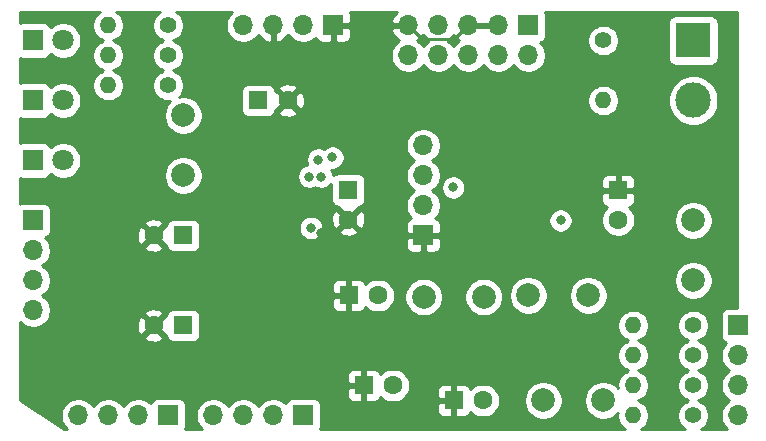
<source format=gbr>
G04 #@! TF.GenerationSoftware,KiCad,Pcbnew,5.1.5+dfsg1-2build2*
G04 #@! TF.CreationDate,2020-12-30T20:24:05+01:00*
G04 #@! TF.ProjectId,stm32f0can,73746d33-3266-4306-9361-6e2e6b696361,rev?*
G04 #@! TF.SameCoordinates,Original*
G04 #@! TF.FileFunction,Copper,L2,Inr*
G04 #@! TF.FilePolarity,Positive*
%FSLAX46Y46*%
G04 Gerber Fmt 4.6, Leading zero omitted, Abs format (unit mm)*
G04 Created by KiCad (PCBNEW 5.1.5+dfsg1-2build2) date 2020-12-30 20:24:05*
%MOMM*%
%LPD*%
G04 APERTURE LIST*
%ADD10C,1.600000*%
%ADD11R,1.600000X1.600000*%
%ADD12R,1.800000X1.800000*%
%ADD13C,1.800000*%
%ADD14R,3.000000X3.000000*%
%ADD15C,3.000000*%
%ADD16O,1.700000X1.700000*%
%ADD17R,1.700000X1.700000*%
%ADD18C,2.000000*%
%ADD19C,1.400000*%
%ADD20O,1.400000X1.400000*%
%ADD21C,0.800000*%
%ADD22C,0.250000*%
%ADD23C,0.254000*%
G04 APERTURE END LIST*
D10*
X123150000Y-105410000D03*
D11*
X120650000Y-105410000D03*
X128270000Y-112990000D03*
D10*
X128270000Y-115490000D03*
X139700000Y-130810000D03*
D11*
X137200000Y-130810000D03*
X129580000Y-129540000D03*
D10*
X132080000Y-129540000D03*
X130810000Y-121920000D03*
D11*
X128310000Y-121920000D03*
X151130000Y-113030000D03*
D10*
X151130000Y-115530000D03*
D11*
X114300000Y-124460000D03*
D10*
X111800000Y-124460000D03*
X111800000Y-116840000D03*
D11*
X114300000Y-116840000D03*
D12*
X101600000Y-100330000D03*
D13*
X104140000Y-100330000D03*
X104140000Y-105410000D03*
D12*
X101600000Y-105410000D03*
X101600000Y-110490000D03*
D13*
X104140000Y-110490000D03*
D14*
X157480000Y-100330000D03*
D15*
X157480000Y-105410000D03*
D16*
X119380000Y-99060000D03*
X121920000Y-99060000D03*
X124460000Y-99060000D03*
D17*
X127000000Y-99060000D03*
X143510000Y-99060000D03*
D16*
X143510000Y-101600000D03*
X140970000Y-99060000D03*
X140970000Y-101600000D03*
X138430000Y-99060000D03*
X138430000Y-101600000D03*
X135890000Y-99060000D03*
X135890000Y-101600000D03*
X133350000Y-99060000D03*
X133350000Y-101600000D03*
X116840000Y-132080000D03*
X119380000Y-132080000D03*
X121920000Y-132080000D03*
D17*
X124460000Y-132080000D03*
X161290000Y-124460000D03*
D16*
X161290000Y-127000000D03*
X161290000Y-129540000D03*
X161290000Y-132080000D03*
D17*
X101600000Y-115570000D03*
D16*
X101600000Y-118110000D03*
X101600000Y-120650000D03*
X101600000Y-123190000D03*
D17*
X113030000Y-132080000D03*
D16*
X110490000Y-132080000D03*
X107950000Y-132080000D03*
X105410000Y-132080000D03*
X134620000Y-109220000D03*
X134620000Y-111760000D03*
X134620000Y-114300000D03*
D17*
X134620000Y-116840000D03*
D18*
X114300000Y-106680000D03*
X114300000Y-111760000D03*
X149860000Y-130810000D03*
X144780000Y-130810000D03*
X143510000Y-121920000D03*
X148590000Y-121920000D03*
X139738100Y-122047000D03*
X134658100Y-122047000D03*
X157480000Y-115570000D03*
X157480000Y-120650000D03*
D19*
X149860000Y-100330000D03*
D20*
X149860000Y-105410000D03*
X152400000Y-132080000D03*
D19*
X157480000Y-132080000D03*
X157480000Y-129540000D03*
D20*
X152400000Y-129540000D03*
D19*
X157480000Y-127000000D03*
D20*
X152400000Y-127000000D03*
X152400000Y-124460000D03*
D19*
X157480000Y-124460000D03*
D20*
X107950000Y-99060000D03*
D19*
X113030000Y-99060000D03*
X113030000Y-101600000D03*
D20*
X107950000Y-101600000D03*
X107950000Y-104140000D03*
D19*
X113030000Y-104140000D03*
D21*
X141833600Y-113093500D03*
X125996837Y-116662644D03*
X146240500Y-115557300D03*
X125107700Y-116205000D03*
X137160000Y-112776000D03*
X125984000Y-111859998D03*
X126930856Y-110234448D03*
X124968000Y-111859998D03*
X125730000Y-110409998D03*
D22*
X134525001Y-100235001D02*
X133350000Y-99060000D01*
X137254999Y-100235001D02*
X134525001Y-100235001D01*
X138430000Y-99060000D02*
X137254999Y-100235001D01*
D23*
G36*
X107098987Y-98023038D02*
G01*
X106913038Y-98208987D01*
X106766939Y-98427641D01*
X106666304Y-98670595D01*
X106615000Y-98928514D01*
X106615000Y-99191486D01*
X106666304Y-99449405D01*
X106766939Y-99692359D01*
X106913038Y-99911013D01*
X107098987Y-100096962D01*
X107317641Y-100243061D01*
X107527530Y-100330000D01*
X107317641Y-100416939D01*
X107098987Y-100563038D01*
X106913038Y-100748987D01*
X106766939Y-100967641D01*
X106666304Y-101210595D01*
X106615000Y-101468514D01*
X106615000Y-101731486D01*
X106666304Y-101989405D01*
X106766939Y-102232359D01*
X106913038Y-102451013D01*
X107098987Y-102636962D01*
X107317641Y-102783061D01*
X107527530Y-102870000D01*
X107317641Y-102956939D01*
X107098987Y-103103038D01*
X106913038Y-103288987D01*
X106766939Y-103507641D01*
X106666304Y-103750595D01*
X106615000Y-104008514D01*
X106615000Y-104271486D01*
X106666304Y-104529405D01*
X106766939Y-104772359D01*
X106913038Y-104991013D01*
X107098987Y-105176962D01*
X107317641Y-105323061D01*
X107560595Y-105423696D01*
X107818514Y-105475000D01*
X108081486Y-105475000D01*
X108339405Y-105423696D01*
X108582359Y-105323061D01*
X108801013Y-105176962D01*
X108986962Y-104991013D01*
X109133061Y-104772359D01*
X109233696Y-104529405D01*
X109285000Y-104271486D01*
X109285000Y-104008514D01*
X109233696Y-103750595D01*
X109133061Y-103507641D01*
X108986962Y-103288987D01*
X108801013Y-103103038D01*
X108582359Y-102956939D01*
X108372470Y-102870000D01*
X108582359Y-102783061D01*
X108801013Y-102636962D01*
X108986962Y-102451013D01*
X109133061Y-102232359D01*
X109233696Y-101989405D01*
X109285000Y-101731486D01*
X109285000Y-101468514D01*
X109233696Y-101210595D01*
X109133061Y-100967641D01*
X108986962Y-100748987D01*
X108801013Y-100563038D01*
X108582359Y-100416939D01*
X108372470Y-100330000D01*
X108582359Y-100243061D01*
X108801013Y-100096962D01*
X108986962Y-99911013D01*
X109133061Y-99692359D01*
X109233696Y-99449405D01*
X109285000Y-99191486D01*
X109285000Y-98928514D01*
X109233696Y-98670595D01*
X109133061Y-98427641D01*
X108986962Y-98208987D01*
X108801013Y-98023038D01*
X108642315Y-97917000D01*
X112337685Y-97917000D01*
X112178987Y-98023038D01*
X111993038Y-98208987D01*
X111846939Y-98427641D01*
X111746304Y-98670595D01*
X111695000Y-98928514D01*
X111695000Y-99191486D01*
X111746304Y-99449405D01*
X111846939Y-99692359D01*
X111993038Y-99911013D01*
X112178987Y-100096962D01*
X112397641Y-100243061D01*
X112607530Y-100330000D01*
X112397641Y-100416939D01*
X112178987Y-100563038D01*
X111993038Y-100748987D01*
X111846939Y-100967641D01*
X111746304Y-101210595D01*
X111695000Y-101468514D01*
X111695000Y-101731486D01*
X111746304Y-101989405D01*
X111846939Y-102232359D01*
X111993038Y-102451013D01*
X112178987Y-102636962D01*
X112397641Y-102783061D01*
X112607530Y-102870000D01*
X112397641Y-102956939D01*
X112178987Y-103103038D01*
X111993038Y-103288987D01*
X111846939Y-103507641D01*
X111746304Y-103750595D01*
X111695000Y-104008514D01*
X111695000Y-104271486D01*
X111746304Y-104529405D01*
X111846939Y-104772359D01*
X111993038Y-104991013D01*
X112178987Y-105176962D01*
X112397641Y-105323061D01*
X112640595Y-105423696D01*
X112898514Y-105475000D01*
X113161486Y-105475000D01*
X113200527Y-105467234D01*
X113030013Y-105637748D01*
X112851082Y-105905537D01*
X112727832Y-106203088D01*
X112665000Y-106518967D01*
X112665000Y-106841033D01*
X112727832Y-107156912D01*
X112851082Y-107454463D01*
X113030013Y-107722252D01*
X113257748Y-107949987D01*
X113525537Y-108128918D01*
X113823088Y-108252168D01*
X114138967Y-108315000D01*
X114461033Y-108315000D01*
X114776912Y-108252168D01*
X115074463Y-108128918D01*
X115342252Y-107949987D01*
X115569987Y-107722252D01*
X115748918Y-107454463D01*
X115872168Y-107156912D01*
X115935000Y-106841033D01*
X115935000Y-106518967D01*
X115872168Y-106203088D01*
X115748918Y-105905537D01*
X115569987Y-105637748D01*
X115342252Y-105410013D01*
X115074463Y-105231082D01*
X114776912Y-105107832D01*
X114461033Y-105045000D01*
X114138967Y-105045000D01*
X113981691Y-105076284D01*
X114066962Y-104991013D01*
X114213061Y-104772359D01*
X114280312Y-104610000D01*
X119211928Y-104610000D01*
X119211928Y-106210000D01*
X119224188Y-106334482D01*
X119260498Y-106454180D01*
X119319463Y-106564494D01*
X119398815Y-106661185D01*
X119495506Y-106740537D01*
X119605820Y-106799502D01*
X119725518Y-106835812D01*
X119850000Y-106848072D01*
X121450000Y-106848072D01*
X121574482Y-106835812D01*
X121694180Y-106799502D01*
X121804494Y-106740537D01*
X121901185Y-106661185D01*
X121980537Y-106564494D01*
X122039502Y-106454180D01*
X122055117Y-106402702D01*
X122336903Y-106402702D01*
X122408486Y-106646671D01*
X122663996Y-106767571D01*
X122938184Y-106836300D01*
X123220512Y-106850217D01*
X123500130Y-106808787D01*
X123766292Y-106713603D01*
X123891514Y-106646671D01*
X123963097Y-106402702D01*
X123150000Y-105589605D01*
X122336903Y-106402702D01*
X122055117Y-106402702D01*
X122075812Y-106334482D01*
X122088072Y-106210000D01*
X122088072Y-106202785D01*
X122157298Y-106223097D01*
X122970395Y-105410000D01*
X123329605Y-105410000D01*
X124142702Y-106223097D01*
X124386671Y-106151514D01*
X124507571Y-105896004D01*
X124576300Y-105621816D01*
X124590217Y-105339488D01*
X124581183Y-105278514D01*
X148525000Y-105278514D01*
X148525000Y-105541486D01*
X148576304Y-105799405D01*
X148676939Y-106042359D01*
X148823038Y-106261013D01*
X149008987Y-106446962D01*
X149227641Y-106593061D01*
X149470595Y-106693696D01*
X149728514Y-106745000D01*
X149991486Y-106745000D01*
X150249405Y-106693696D01*
X150492359Y-106593061D01*
X150711013Y-106446962D01*
X150896962Y-106261013D01*
X151043061Y-106042359D01*
X151143696Y-105799405D01*
X151195000Y-105541486D01*
X151195000Y-105278514D01*
X151179327Y-105199721D01*
X155345000Y-105199721D01*
X155345000Y-105620279D01*
X155427047Y-106032756D01*
X155587988Y-106421302D01*
X155821637Y-106770983D01*
X156119017Y-107068363D01*
X156468698Y-107302012D01*
X156857244Y-107462953D01*
X157269721Y-107545000D01*
X157690279Y-107545000D01*
X158102756Y-107462953D01*
X158491302Y-107302012D01*
X158840983Y-107068363D01*
X159138363Y-106770983D01*
X159372012Y-106421302D01*
X159532953Y-106032756D01*
X159615000Y-105620279D01*
X159615000Y-105199721D01*
X159532953Y-104787244D01*
X159372012Y-104398698D01*
X159138363Y-104049017D01*
X158840983Y-103751637D01*
X158491302Y-103517988D01*
X158102756Y-103357047D01*
X157690279Y-103275000D01*
X157269721Y-103275000D01*
X156857244Y-103357047D01*
X156468698Y-103517988D01*
X156119017Y-103751637D01*
X155821637Y-104049017D01*
X155587988Y-104398698D01*
X155427047Y-104787244D01*
X155345000Y-105199721D01*
X151179327Y-105199721D01*
X151143696Y-105020595D01*
X151043061Y-104777641D01*
X150896962Y-104558987D01*
X150711013Y-104373038D01*
X150492359Y-104226939D01*
X150249405Y-104126304D01*
X149991486Y-104075000D01*
X149728514Y-104075000D01*
X149470595Y-104126304D01*
X149227641Y-104226939D01*
X149008987Y-104373038D01*
X148823038Y-104558987D01*
X148676939Y-104777641D01*
X148576304Y-105020595D01*
X148525000Y-105278514D01*
X124581183Y-105278514D01*
X124548787Y-105059870D01*
X124453603Y-104793708D01*
X124386671Y-104668486D01*
X124142702Y-104596903D01*
X123329605Y-105410000D01*
X122970395Y-105410000D01*
X122157298Y-104596903D01*
X122088072Y-104617215D01*
X122088072Y-104610000D01*
X122075812Y-104485518D01*
X122055118Y-104417298D01*
X122336903Y-104417298D01*
X123150000Y-105230395D01*
X123963097Y-104417298D01*
X123891514Y-104173329D01*
X123636004Y-104052429D01*
X123361816Y-103983700D01*
X123079488Y-103969783D01*
X122799870Y-104011213D01*
X122533708Y-104106397D01*
X122408486Y-104173329D01*
X122336903Y-104417298D01*
X122055118Y-104417298D01*
X122039502Y-104365820D01*
X121980537Y-104255506D01*
X121901185Y-104158815D01*
X121804494Y-104079463D01*
X121694180Y-104020498D01*
X121574482Y-103984188D01*
X121450000Y-103971928D01*
X119850000Y-103971928D01*
X119725518Y-103984188D01*
X119605820Y-104020498D01*
X119495506Y-104079463D01*
X119398815Y-104158815D01*
X119319463Y-104255506D01*
X119260498Y-104365820D01*
X119224188Y-104485518D01*
X119211928Y-104610000D01*
X114280312Y-104610000D01*
X114313696Y-104529405D01*
X114365000Y-104271486D01*
X114365000Y-104008514D01*
X114313696Y-103750595D01*
X114213061Y-103507641D01*
X114066962Y-103288987D01*
X113881013Y-103103038D01*
X113662359Y-102956939D01*
X113452470Y-102870000D01*
X113662359Y-102783061D01*
X113881013Y-102636962D01*
X114066962Y-102451013D01*
X114213061Y-102232359D01*
X114313696Y-101989405D01*
X114365000Y-101731486D01*
X114365000Y-101468514D01*
X114313696Y-101210595D01*
X114213061Y-100967641D01*
X114066962Y-100748987D01*
X113881013Y-100563038D01*
X113662359Y-100416939D01*
X113452470Y-100330000D01*
X113662359Y-100243061D01*
X113881013Y-100096962D01*
X114066962Y-99911013D01*
X114213061Y-99692359D01*
X114313696Y-99449405D01*
X114365000Y-99191486D01*
X114365000Y-98928514D01*
X114313696Y-98670595D01*
X114213061Y-98427641D01*
X114066962Y-98208987D01*
X113881013Y-98023038D01*
X113722315Y-97917000D01*
X118422893Y-97917000D01*
X118226525Y-98113368D01*
X118064010Y-98356589D01*
X117952068Y-98626842D01*
X117895000Y-98913740D01*
X117895000Y-99206260D01*
X117952068Y-99493158D01*
X118064010Y-99763411D01*
X118226525Y-100006632D01*
X118433368Y-100213475D01*
X118676589Y-100375990D01*
X118946842Y-100487932D01*
X119233740Y-100545000D01*
X119526260Y-100545000D01*
X119813158Y-100487932D01*
X120083411Y-100375990D01*
X120326632Y-100213475D01*
X120533475Y-100006632D01*
X120655195Y-99824466D01*
X120724822Y-99941355D01*
X120919731Y-100157588D01*
X121153080Y-100331641D01*
X121415901Y-100456825D01*
X121563110Y-100501476D01*
X121793000Y-100380155D01*
X121793000Y-99187000D01*
X121773000Y-99187000D01*
X121773000Y-98933000D01*
X121793000Y-98933000D01*
X121793000Y-98913000D01*
X122047000Y-98913000D01*
X122047000Y-98933000D01*
X122067000Y-98933000D01*
X122067000Y-99187000D01*
X122047000Y-99187000D01*
X122047000Y-100380155D01*
X122276890Y-100501476D01*
X122424099Y-100456825D01*
X122686920Y-100331641D01*
X122920269Y-100157588D01*
X123115178Y-99941355D01*
X123184805Y-99824466D01*
X123306525Y-100006632D01*
X123513368Y-100213475D01*
X123756589Y-100375990D01*
X124026842Y-100487932D01*
X124313740Y-100545000D01*
X124606260Y-100545000D01*
X124893158Y-100487932D01*
X125163411Y-100375990D01*
X125406632Y-100213475D01*
X125538487Y-100081620D01*
X125560498Y-100154180D01*
X125619463Y-100264494D01*
X125698815Y-100361185D01*
X125795506Y-100440537D01*
X125905820Y-100499502D01*
X126025518Y-100535812D01*
X126150000Y-100548072D01*
X126714250Y-100545000D01*
X126873000Y-100386250D01*
X126873000Y-99187000D01*
X127127000Y-99187000D01*
X127127000Y-100386250D01*
X127285750Y-100545000D01*
X127850000Y-100548072D01*
X127974482Y-100535812D01*
X128094180Y-100499502D01*
X128204494Y-100440537D01*
X128301185Y-100361185D01*
X128380537Y-100264494D01*
X128439502Y-100154180D01*
X128475812Y-100034482D01*
X128488072Y-99910000D01*
X128485000Y-99345750D01*
X128326250Y-99187000D01*
X127127000Y-99187000D01*
X126873000Y-99187000D01*
X126853000Y-99187000D01*
X126853000Y-98933000D01*
X126873000Y-98933000D01*
X126873000Y-98913000D01*
X127127000Y-98913000D01*
X127127000Y-98933000D01*
X128326250Y-98933000D01*
X128485000Y-98774250D01*
X128488072Y-98210000D01*
X128475812Y-98085518D01*
X128439502Y-97965820D01*
X128413407Y-97917000D01*
X132410614Y-97917000D01*
X132349731Y-97962412D01*
X132154822Y-98178645D01*
X132005843Y-98428748D01*
X131908519Y-98703109D01*
X132029186Y-98933000D01*
X133223000Y-98933000D01*
X133223000Y-98913000D01*
X133477000Y-98913000D01*
X133477000Y-98933000D01*
X133497000Y-98933000D01*
X133497000Y-99187000D01*
X133477000Y-99187000D01*
X133477000Y-99207000D01*
X133223000Y-99207000D01*
X133223000Y-99187000D01*
X132029186Y-99187000D01*
X131908519Y-99416891D01*
X132005843Y-99691252D01*
X132154822Y-99941355D01*
X132349731Y-100157588D01*
X132579406Y-100328900D01*
X132403368Y-100446525D01*
X132196525Y-100653368D01*
X132034010Y-100896589D01*
X131922068Y-101166842D01*
X131865000Y-101453740D01*
X131865000Y-101746260D01*
X131922068Y-102033158D01*
X132034010Y-102303411D01*
X132196525Y-102546632D01*
X132403368Y-102753475D01*
X132646589Y-102915990D01*
X132916842Y-103027932D01*
X133203740Y-103085000D01*
X133496260Y-103085000D01*
X133783158Y-103027932D01*
X134053411Y-102915990D01*
X134296632Y-102753475D01*
X134503475Y-102546632D01*
X134620000Y-102372240D01*
X134736525Y-102546632D01*
X134943368Y-102753475D01*
X135186589Y-102915990D01*
X135456842Y-103027932D01*
X135743740Y-103085000D01*
X136036260Y-103085000D01*
X136323158Y-103027932D01*
X136593411Y-102915990D01*
X136836632Y-102753475D01*
X137043475Y-102546632D01*
X137160000Y-102372240D01*
X137276525Y-102546632D01*
X137483368Y-102753475D01*
X137726589Y-102915990D01*
X137996842Y-103027932D01*
X138283740Y-103085000D01*
X138576260Y-103085000D01*
X138863158Y-103027932D01*
X139133411Y-102915990D01*
X139376632Y-102753475D01*
X139583475Y-102546632D01*
X139700000Y-102372240D01*
X139816525Y-102546632D01*
X140023368Y-102753475D01*
X140266589Y-102915990D01*
X140536842Y-103027932D01*
X140823740Y-103085000D01*
X141116260Y-103085000D01*
X141403158Y-103027932D01*
X141673411Y-102915990D01*
X141916632Y-102753475D01*
X142123475Y-102546632D01*
X142240000Y-102372240D01*
X142356525Y-102546632D01*
X142563368Y-102753475D01*
X142806589Y-102915990D01*
X143076842Y-103027932D01*
X143363740Y-103085000D01*
X143656260Y-103085000D01*
X143943158Y-103027932D01*
X144213411Y-102915990D01*
X144456632Y-102753475D01*
X144663475Y-102546632D01*
X144825990Y-102303411D01*
X144937932Y-102033158D01*
X144995000Y-101746260D01*
X144995000Y-101453740D01*
X144937932Y-101166842D01*
X144825990Y-100896589D01*
X144663475Y-100653368D01*
X144531620Y-100521513D01*
X144604180Y-100499502D01*
X144714494Y-100440537D01*
X144811185Y-100361185D01*
X144890537Y-100264494D01*
X144925804Y-100198514D01*
X148525000Y-100198514D01*
X148525000Y-100461486D01*
X148576304Y-100719405D01*
X148676939Y-100962359D01*
X148823038Y-101181013D01*
X149008987Y-101366962D01*
X149227641Y-101513061D01*
X149470595Y-101613696D01*
X149728514Y-101665000D01*
X149991486Y-101665000D01*
X150249405Y-101613696D01*
X150492359Y-101513061D01*
X150711013Y-101366962D01*
X150896962Y-101181013D01*
X151043061Y-100962359D01*
X151143696Y-100719405D01*
X151195000Y-100461486D01*
X151195000Y-100198514D01*
X151143696Y-99940595D01*
X151043061Y-99697641D01*
X150896962Y-99478987D01*
X150711013Y-99293038D01*
X150492359Y-99146939D01*
X150249405Y-99046304D01*
X149991486Y-98995000D01*
X149728514Y-98995000D01*
X149470595Y-99046304D01*
X149227641Y-99146939D01*
X149008987Y-99293038D01*
X148823038Y-99478987D01*
X148676939Y-99697641D01*
X148576304Y-99940595D01*
X148525000Y-100198514D01*
X144925804Y-100198514D01*
X144949502Y-100154180D01*
X144985812Y-100034482D01*
X144998072Y-99910000D01*
X144998072Y-98830000D01*
X155341928Y-98830000D01*
X155341928Y-101830000D01*
X155354188Y-101954482D01*
X155390498Y-102074180D01*
X155449463Y-102184494D01*
X155528815Y-102281185D01*
X155625506Y-102360537D01*
X155735820Y-102419502D01*
X155855518Y-102455812D01*
X155980000Y-102468072D01*
X158980000Y-102468072D01*
X159104482Y-102455812D01*
X159224180Y-102419502D01*
X159334494Y-102360537D01*
X159431185Y-102281185D01*
X159510537Y-102184494D01*
X159569502Y-102074180D01*
X159605812Y-101954482D01*
X159618072Y-101830000D01*
X159618072Y-98830000D01*
X159605812Y-98705518D01*
X159569502Y-98585820D01*
X159510537Y-98475506D01*
X159431185Y-98378815D01*
X159334494Y-98299463D01*
X159224180Y-98240498D01*
X159104482Y-98204188D01*
X158980000Y-98191928D01*
X155980000Y-98191928D01*
X155855518Y-98204188D01*
X155735820Y-98240498D01*
X155625506Y-98299463D01*
X155528815Y-98378815D01*
X155449463Y-98475506D01*
X155390498Y-98585820D01*
X155354188Y-98705518D01*
X155341928Y-98830000D01*
X144998072Y-98830000D01*
X144998072Y-98210000D01*
X144985812Y-98085518D01*
X144949502Y-97965820D01*
X144923407Y-97917000D01*
X161163000Y-97917000D01*
X161163000Y-122971928D01*
X160440000Y-122971928D01*
X160315518Y-122984188D01*
X160195820Y-123020498D01*
X160085506Y-123079463D01*
X159988815Y-123158815D01*
X159909463Y-123255506D01*
X159850498Y-123365820D01*
X159814188Y-123485518D01*
X159801928Y-123610000D01*
X159801928Y-125310000D01*
X159814188Y-125434482D01*
X159850498Y-125554180D01*
X159909463Y-125664494D01*
X159988815Y-125761185D01*
X160085506Y-125840537D01*
X160195820Y-125899502D01*
X160268380Y-125921513D01*
X160136525Y-126053368D01*
X159974010Y-126296589D01*
X159862068Y-126566842D01*
X159805000Y-126853740D01*
X159805000Y-127146260D01*
X159862068Y-127433158D01*
X159974010Y-127703411D01*
X160136525Y-127946632D01*
X160343368Y-128153475D01*
X160517760Y-128270000D01*
X160343368Y-128386525D01*
X160136525Y-128593368D01*
X159974010Y-128836589D01*
X159862068Y-129106842D01*
X159805000Y-129393740D01*
X159805000Y-129686260D01*
X159862068Y-129973158D01*
X159974010Y-130243411D01*
X160136525Y-130486632D01*
X160343368Y-130693475D01*
X160517760Y-130810000D01*
X160343368Y-130926525D01*
X160136525Y-131133368D01*
X159974010Y-131376589D01*
X159862068Y-131646842D01*
X159805000Y-131933740D01*
X159805000Y-132226260D01*
X159862068Y-132513158D01*
X159974010Y-132783411D01*
X160136525Y-133026632D01*
X160332893Y-133223000D01*
X158172315Y-133223000D01*
X158331013Y-133116962D01*
X158516962Y-132931013D01*
X158663061Y-132712359D01*
X158763696Y-132469405D01*
X158815000Y-132211486D01*
X158815000Y-131948514D01*
X158763696Y-131690595D01*
X158663061Y-131447641D01*
X158516962Y-131228987D01*
X158331013Y-131043038D01*
X158112359Y-130896939D01*
X157902470Y-130810000D01*
X158112359Y-130723061D01*
X158331013Y-130576962D01*
X158516962Y-130391013D01*
X158663061Y-130172359D01*
X158763696Y-129929405D01*
X158815000Y-129671486D01*
X158815000Y-129408514D01*
X158763696Y-129150595D01*
X158663061Y-128907641D01*
X158516962Y-128688987D01*
X158331013Y-128503038D01*
X158112359Y-128356939D01*
X157902470Y-128270000D01*
X158112359Y-128183061D01*
X158331013Y-128036962D01*
X158516962Y-127851013D01*
X158663061Y-127632359D01*
X158763696Y-127389405D01*
X158815000Y-127131486D01*
X158815000Y-126868514D01*
X158763696Y-126610595D01*
X158663061Y-126367641D01*
X158516962Y-126148987D01*
X158331013Y-125963038D01*
X158112359Y-125816939D01*
X157902470Y-125730000D01*
X158112359Y-125643061D01*
X158331013Y-125496962D01*
X158516962Y-125311013D01*
X158663061Y-125092359D01*
X158763696Y-124849405D01*
X158815000Y-124591486D01*
X158815000Y-124328514D01*
X158763696Y-124070595D01*
X158663061Y-123827641D01*
X158516962Y-123608987D01*
X158331013Y-123423038D01*
X158112359Y-123276939D01*
X157869405Y-123176304D01*
X157611486Y-123125000D01*
X157348514Y-123125000D01*
X157090595Y-123176304D01*
X156847641Y-123276939D01*
X156628987Y-123423038D01*
X156443038Y-123608987D01*
X156296939Y-123827641D01*
X156196304Y-124070595D01*
X156145000Y-124328514D01*
X156145000Y-124591486D01*
X156196304Y-124849405D01*
X156296939Y-125092359D01*
X156443038Y-125311013D01*
X156628987Y-125496962D01*
X156847641Y-125643061D01*
X157057530Y-125730000D01*
X156847641Y-125816939D01*
X156628987Y-125963038D01*
X156443038Y-126148987D01*
X156296939Y-126367641D01*
X156196304Y-126610595D01*
X156145000Y-126868514D01*
X156145000Y-127131486D01*
X156196304Y-127389405D01*
X156296939Y-127632359D01*
X156443038Y-127851013D01*
X156628987Y-128036962D01*
X156847641Y-128183061D01*
X157057530Y-128270000D01*
X156847641Y-128356939D01*
X156628987Y-128503038D01*
X156443038Y-128688987D01*
X156296939Y-128907641D01*
X156196304Y-129150595D01*
X156145000Y-129408514D01*
X156145000Y-129671486D01*
X156196304Y-129929405D01*
X156296939Y-130172359D01*
X156443038Y-130391013D01*
X156628987Y-130576962D01*
X156847641Y-130723061D01*
X157057530Y-130810000D01*
X156847641Y-130896939D01*
X156628987Y-131043038D01*
X156443038Y-131228987D01*
X156296939Y-131447641D01*
X156196304Y-131690595D01*
X156145000Y-131948514D01*
X156145000Y-132211486D01*
X156196304Y-132469405D01*
X156296939Y-132712359D01*
X156443038Y-132931013D01*
X156628987Y-133116962D01*
X156787685Y-133223000D01*
X153092315Y-133223000D01*
X153251013Y-133116962D01*
X153436962Y-132931013D01*
X153583061Y-132712359D01*
X153683696Y-132469405D01*
X153735000Y-132211486D01*
X153735000Y-131948514D01*
X153683696Y-131690595D01*
X153583061Y-131447641D01*
X153436962Y-131228987D01*
X153251013Y-131043038D01*
X153032359Y-130896939D01*
X152822470Y-130810000D01*
X153032359Y-130723061D01*
X153251013Y-130576962D01*
X153436962Y-130391013D01*
X153583061Y-130172359D01*
X153683696Y-129929405D01*
X153735000Y-129671486D01*
X153735000Y-129408514D01*
X153683696Y-129150595D01*
X153583061Y-128907641D01*
X153436962Y-128688987D01*
X153251013Y-128503038D01*
X153032359Y-128356939D01*
X152822470Y-128270000D01*
X153032359Y-128183061D01*
X153251013Y-128036962D01*
X153436962Y-127851013D01*
X153583061Y-127632359D01*
X153683696Y-127389405D01*
X153735000Y-127131486D01*
X153735000Y-126868514D01*
X153683696Y-126610595D01*
X153583061Y-126367641D01*
X153436962Y-126148987D01*
X153251013Y-125963038D01*
X153032359Y-125816939D01*
X152822470Y-125730000D01*
X153032359Y-125643061D01*
X153251013Y-125496962D01*
X153436962Y-125311013D01*
X153583061Y-125092359D01*
X153683696Y-124849405D01*
X153735000Y-124591486D01*
X153735000Y-124328514D01*
X153683696Y-124070595D01*
X153583061Y-123827641D01*
X153436962Y-123608987D01*
X153251013Y-123423038D01*
X153032359Y-123276939D01*
X152789405Y-123176304D01*
X152531486Y-123125000D01*
X152268514Y-123125000D01*
X152010595Y-123176304D01*
X151767641Y-123276939D01*
X151548987Y-123423038D01*
X151363038Y-123608987D01*
X151216939Y-123827641D01*
X151116304Y-124070595D01*
X151065000Y-124328514D01*
X151065000Y-124591486D01*
X151116304Y-124849405D01*
X151216939Y-125092359D01*
X151363038Y-125311013D01*
X151548987Y-125496962D01*
X151767641Y-125643061D01*
X151977530Y-125730000D01*
X151767641Y-125816939D01*
X151548987Y-125963038D01*
X151363038Y-126148987D01*
X151216939Y-126367641D01*
X151116304Y-126610595D01*
X151065000Y-126868514D01*
X151065000Y-127131486D01*
X151116304Y-127389405D01*
X151216939Y-127632359D01*
X151363038Y-127851013D01*
X151548987Y-128036962D01*
X151767641Y-128183061D01*
X151977530Y-128270000D01*
X151767641Y-128356939D01*
X151548987Y-128503038D01*
X151363038Y-128688987D01*
X151216939Y-128907641D01*
X151116304Y-129150595D01*
X151065000Y-129408514D01*
X151065000Y-129671486D01*
X151072766Y-129710527D01*
X150902252Y-129540013D01*
X150634463Y-129361082D01*
X150336912Y-129237832D01*
X150021033Y-129175000D01*
X149698967Y-129175000D01*
X149383088Y-129237832D01*
X149085537Y-129361082D01*
X148817748Y-129540013D01*
X148590013Y-129767748D01*
X148411082Y-130035537D01*
X148287832Y-130333088D01*
X148225000Y-130648967D01*
X148225000Y-130971033D01*
X148287832Y-131286912D01*
X148411082Y-131584463D01*
X148590013Y-131852252D01*
X148817748Y-132079987D01*
X149085537Y-132258918D01*
X149383088Y-132382168D01*
X149698967Y-132445000D01*
X150021033Y-132445000D01*
X150336912Y-132382168D01*
X150634463Y-132258918D01*
X150902252Y-132079987D01*
X151072766Y-131909473D01*
X151065000Y-131948514D01*
X151065000Y-132211486D01*
X151116304Y-132469405D01*
X151216939Y-132712359D01*
X151363038Y-132931013D01*
X151548987Y-133116962D01*
X151707685Y-133223000D01*
X125873407Y-133223000D01*
X125899502Y-133174180D01*
X125935812Y-133054482D01*
X125948072Y-132930000D01*
X125948072Y-131610000D01*
X135761928Y-131610000D01*
X135774188Y-131734482D01*
X135810498Y-131854180D01*
X135869463Y-131964494D01*
X135948815Y-132061185D01*
X136045506Y-132140537D01*
X136155820Y-132199502D01*
X136275518Y-132235812D01*
X136400000Y-132248072D01*
X136914250Y-132245000D01*
X137073000Y-132086250D01*
X137073000Y-130937000D01*
X135923750Y-130937000D01*
X135765000Y-131095750D01*
X135761928Y-131610000D01*
X125948072Y-131610000D01*
X125948072Y-131230000D01*
X125935812Y-131105518D01*
X125899502Y-130985820D01*
X125840537Y-130875506D01*
X125761185Y-130778815D01*
X125664494Y-130699463D01*
X125554180Y-130640498D01*
X125434482Y-130604188D01*
X125310000Y-130591928D01*
X123610000Y-130591928D01*
X123485518Y-130604188D01*
X123365820Y-130640498D01*
X123255506Y-130699463D01*
X123158815Y-130778815D01*
X123079463Y-130875506D01*
X123020498Y-130985820D01*
X122998487Y-131058380D01*
X122866632Y-130926525D01*
X122623411Y-130764010D01*
X122353158Y-130652068D01*
X122066260Y-130595000D01*
X121773740Y-130595000D01*
X121486842Y-130652068D01*
X121216589Y-130764010D01*
X120973368Y-130926525D01*
X120766525Y-131133368D01*
X120650000Y-131307760D01*
X120533475Y-131133368D01*
X120326632Y-130926525D01*
X120083411Y-130764010D01*
X119813158Y-130652068D01*
X119526260Y-130595000D01*
X119233740Y-130595000D01*
X118946842Y-130652068D01*
X118676589Y-130764010D01*
X118433368Y-130926525D01*
X118226525Y-131133368D01*
X118110000Y-131307760D01*
X117993475Y-131133368D01*
X117786632Y-130926525D01*
X117543411Y-130764010D01*
X117273158Y-130652068D01*
X116986260Y-130595000D01*
X116693740Y-130595000D01*
X116406842Y-130652068D01*
X116136589Y-130764010D01*
X115893368Y-130926525D01*
X115686525Y-131133368D01*
X115524010Y-131376589D01*
X115412068Y-131646842D01*
X115355000Y-131933740D01*
X115355000Y-132226260D01*
X115412068Y-132513158D01*
X115524010Y-132783411D01*
X115686525Y-133026632D01*
X115882893Y-133223000D01*
X114443407Y-133223000D01*
X114469502Y-133174180D01*
X114505812Y-133054482D01*
X114518072Y-132930000D01*
X114518072Y-131230000D01*
X114505812Y-131105518D01*
X114469502Y-130985820D01*
X114410537Y-130875506D01*
X114331185Y-130778815D01*
X114234494Y-130699463D01*
X114124180Y-130640498D01*
X114004482Y-130604188D01*
X113880000Y-130591928D01*
X112180000Y-130591928D01*
X112055518Y-130604188D01*
X111935820Y-130640498D01*
X111825506Y-130699463D01*
X111728815Y-130778815D01*
X111649463Y-130875506D01*
X111590498Y-130985820D01*
X111568487Y-131058380D01*
X111436632Y-130926525D01*
X111193411Y-130764010D01*
X110923158Y-130652068D01*
X110636260Y-130595000D01*
X110343740Y-130595000D01*
X110056842Y-130652068D01*
X109786589Y-130764010D01*
X109543368Y-130926525D01*
X109336525Y-131133368D01*
X109220000Y-131307760D01*
X109103475Y-131133368D01*
X108896632Y-130926525D01*
X108653411Y-130764010D01*
X108383158Y-130652068D01*
X108096260Y-130595000D01*
X107803740Y-130595000D01*
X107516842Y-130652068D01*
X107246589Y-130764010D01*
X107003368Y-130926525D01*
X106796525Y-131133368D01*
X106680000Y-131307760D01*
X106563475Y-131133368D01*
X106356632Y-130926525D01*
X106113411Y-130764010D01*
X105843158Y-130652068D01*
X105556260Y-130595000D01*
X105263740Y-130595000D01*
X104976842Y-130652068D01*
X104706589Y-130764010D01*
X104463368Y-130926525D01*
X104256525Y-131133368D01*
X104094010Y-131376589D01*
X103982068Y-131646842D01*
X103925000Y-131933740D01*
X103925000Y-132226260D01*
X103982068Y-132513158D01*
X104094010Y-132783411D01*
X104256525Y-133026632D01*
X104452893Y-133223000D01*
X104178452Y-133223000D01*
X100457000Y-130742032D01*
X100457000Y-130340000D01*
X128141928Y-130340000D01*
X128154188Y-130464482D01*
X128190498Y-130584180D01*
X128249463Y-130694494D01*
X128328815Y-130791185D01*
X128425506Y-130870537D01*
X128535820Y-130929502D01*
X128655518Y-130965812D01*
X128780000Y-130978072D01*
X129294250Y-130975000D01*
X129453000Y-130816250D01*
X129453000Y-129667000D01*
X128303750Y-129667000D01*
X128145000Y-129825750D01*
X128141928Y-130340000D01*
X100457000Y-130340000D01*
X100457000Y-128740000D01*
X128141928Y-128740000D01*
X128145000Y-129254250D01*
X128303750Y-129413000D01*
X129453000Y-129413000D01*
X129453000Y-128263750D01*
X129707000Y-128263750D01*
X129707000Y-129413000D01*
X129727000Y-129413000D01*
X129727000Y-129667000D01*
X129707000Y-129667000D01*
X129707000Y-130816250D01*
X129865750Y-130975000D01*
X130380000Y-130978072D01*
X130504482Y-130965812D01*
X130624180Y-130929502D01*
X130734494Y-130870537D01*
X130831185Y-130791185D01*
X130910537Y-130694494D01*
X130969502Y-130584180D01*
X130998661Y-130488057D01*
X131165241Y-130654637D01*
X131400273Y-130811680D01*
X131661426Y-130919853D01*
X131938665Y-130975000D01*
X132221335Y-130975000D01*
X132498574Y-130919853D01*
X132759727Y-130811680D01*
X132994759Y-130654637D01*
X133194637Y-130454759D01*
X133351680Y-130219727D01*
X133438551Y-130010000D01*
X135761928Y-130010000D01*
X135765000Y-130524250D01*
X135923750Y-130683000D01*
X137073000Y-130683000D01*
X137073000Y-129533750D01*
X137327000Y-129533750D01*
X137327000Y-130683000D01*
X137347000Y-130683000D01*
X137347000Y-130937000D01*
X137327000Y-130937000D01*
X137327000Y-132086250D01*
X137485750Y-132245000D01*
X138000000Y-132248072D01*
X138124482Y-132235812D01*
X138244180Y-132199502D01*
X138354494Y-132140537D01*
X138451185Y-132061185D01*
X138530537Y-131964494D01*
X138589502Y-131854180D01*
X138618661Y-131758057D01*
X138785241Y-131924637D01*
X139020273Y-132081680D01*
X139281426Y-132189853D01*
X139558665Y-132245000D01*
X139841335Y-132245000D01*
X140118574Y-132189853D01*
X140379727Y-132081680D01*
X140614759Y-131924637D01*
X140814637Y-131724759D01*
X140971680Y-131489727D01*
X141079853Y-131228574D01*
X141135000Y-130951335D01*
X141135000Y-130668665D01*
X141131082Y-130648967D01*
X143145000Y-130648967D01*
X143145000Y-130971033D01*
X143207832Y-131286912D01*
X143331082Y-131584463D01*
X143510013Y-131852252D01*
X143737748Y-132079987D01*
X144005537Y-132258918D01*
X144303088Y-132382168D01*
X144618967Y-132445000D01*
X144941033Y-132445000D01*
X145256912Y-132382168D01*
X145554463Y-132258918D01*
X145822252Y-132079987D01*
X146049987Y-131852252D01*
X146228918Y-131584463D01*
X146352168Y-131286912D01*
X146415000Y-130971033D01*
X146415000Y-130648967D01*
X146352168Y-130333088D01*
X146228918Y-130035537D01*
X146049987Y-129767748D01*
X145822252Y-129540013D01*
X145554463Y-129361082D01*
X145256912Y-129237832D01*
X144941033Y-129175000D01*
X144618967Y-129175000D01*
X144303088Y-129237832D01*
X144005537Y-129361082D01*
X143737748Y-129540013D01*
X143510013Y-129767748D01*
X143331082Y-130035537D01*
X143207832Y-130333088D01*
X143145000Y-130648967D01*
X141131082Y-130648967D01*
X141079853Y-130391426D01*
X140971680Y-130130273D01*
X140814637Y-129895241D01*
X140614759Y-129695363D01*
X140379727Y-129538320D01*
X140118574Y-129430147D01*
X139841335Y-129375000D01*
X139558665Y-129375000D01*
X139281426Y-129430147D01*
X139020273Y-129538320D01*
X138785241Y-129695363D01*
X138618661Y-129861943D01*
X138589502Y-129765820D01*
X138530537Y-129655506D01*
X138451185Y-129558815D01*
X138354494Y-129479463D01*
X138244180Y-129420498D01*
X138124482Y-129384188D01*
X138000000Y-129371928D01*
X137485750Y-129375000D01*
X137327000Y-129533750D01*
X137073000Y-129533750D01*
X136914250Y-129375000D01*
X136400000Y-129371928D01*
X136275518Y-129384188D01*
X136155820Y-129420498D01*
X136045506Y-129479463D01*
X135948815Y-129558815D01*
X135869463Y-129655506D01*
X135810498Y-129765820D01*
X135774188Y-129885518D01*
X135761928Y-130010000D01*
X133438551Y-130010000D01*
X133459853Y-129958574D01*
X133515000Y-129681335D01*
X133515000Y-129398665D01*
X133459853Y-129121426D01*
X133351680Y-128860273D01*
X133194637Y-128625241D01*
X132994759Y-128425363D01*
X132759727Y-128268320D01*
X132498574Y-128160147D01*
X132221335Y-128105000D01*
X131938665Y-128105000D01*
X131661426Y-128160147D01*
X131400273Y-128268320D01*
X131165241Y-128425363D01*
X130998661Y-128591943D01*
X130969502Y-128495820D01*
X130910537Y-128385506D01*
X130831185Y-128288815D01*
X130734494Y-128209463D01*
X130624180Y-128150498D01*
X130504482Y-128114188D01*
X130380000Y-128101928D01*
X129865750Y-128105000D01*
X129707000Y-128263750D01*
X129453000Y-128263750D01*
X129294250Y-128105000D01*
X128780000Y-128101928D01*
X128655518Y-128114188D01*
X128535820Y-128150498D01*
X128425506Y-128209463D01*
X128328815Y-128288815D01*
X128249463Y-128385506D01*
X128190498Y-128495820D01*
X128154188Y-128615518D01*
X128141928Y-128740000D01*
X100457000Y-128740000D01*
X100457000Y-125452702D01*
X110986903Y-125452702D01*
X111058486Y-125696671D01*
X111313996Y-125817571D01*
X111588184Y-125886300D01*
X111870512Y-125900217D01*
X112150130Y-125858787D01*
X112416292Y-125763603D01*
X112541514Y-125696671D01*
X112613097Y-125452702D01*
X111800000Y-124639605D01*
X110986903Y-125452702D01*
X100457000Y-125452702D01*
X100457000Y-124147107D01*
X100653368Y-124343475D01*
X100896589Y-124505990D01*
X101166842Y-124617932D01*
X101453740Y-124675000D01*
X101746260Y-124675000D01*
X102033158Y-124617932D01*
X102244209Y-124530512D01*
X110359783Y-124530512D01*
X110401213Y-124810130D01*
X110496397Y-125076292D01*
X110563329Y-125201514D01*
X110807298Y-125273097D01*
X111620395Y-124460000D01*
X111979605Y-124460000D01*
X112792702Y-125273097D01*
X112861928Y-125252785D01*
X112861928Y-125260000D01*
X112874188Y-125384482D01*
X112910498Y-125504180D01*
X112969463Y-125614494D01*
X113048815Y-125711185D01*
X113145506Y-125790537D01*
X113255820Y-125849502D01*
X113375518Y-125885812D01*
X113500000Y-125898072D01*
X115100000Y-125898072D01*
X115224482Y-125885812D01*
X115344180Y-125849502D01*
X115454494Y-125790537D01*
X115551185Y-125711185D01*
X115630537Y-125614494D01*
X115689502Y-125504180D01*
X115725812Y-125384482D01*
X115738072Y-125260000D01*
X115738072Y-123660000D01*
X115725812Y-123535518D01*
X115689502Y-123415820D01*
X115630537Y-123305506D01*
X115551185Y-123208815D01*
X115454494Y-123129463D01*
X115344180Y-123070498D01*
X115224482Y-123034188D01*
X115100000Y-123021928D01*
X113500000Y-123021928D01*
X113375518Y-123034188D01*
X113255820Y-123070498D01*
X113145506Y-123129463D01*
X113048815Y-123208815D01*
X112969463Y-123305506D01*
X112910498Y-123415820D01*
X112874188Y-123535518D01*
X112861928Y-123660000D01*
X112861928Y-123667215D01*
X112792702Y-123646903D01*
X111979605Y-124460000D01*
X111620395Y-124460000D01*
X110807298Y-123646903D01*
X110563329Y-123718486D01*
X110442429Y-123973996D01*
X110373700Y-124248184D01*
X110359783Y-124530512D01*
X102244209Y-124530512D01*
X102303411Y-124505990D01*
X102546632Y-124343475D01*
X102753475Y-124136632D01*
X102915990Y-123893411D01*
X103027932Y-123623158D01*
X103058934Y-123467298D01*
X110986903Y-123467298D01*
X111800000Y-124280395D01*
X112613097Y-123467298D01*
X112541514Y-123223329D01*
X112286004Y-123102429D01*
X112011816Y-123033700D01*
X111729488Y-123019783D01*
X111449870Y-123061213D01*
X111183708Y-123156397D01*
X111058486Y-123223329D01*
X110986903Y-123467298D01*
X103058934Y-123467298D01*
X103085000Y-123336260D01*
X103085000Y-123043740D01*
X103027932Y-122756842D01*
X103012672Y-122720000D01*
X126871928Y-122720000D01*
X126884188Y-122844482D01*
X126920498Y-122964180D01*
X126979463Y-123074494D01*
X127058815Y-123171185D01*
X127155506Y-123250537D01*
X127265820Y-123309502D01*
X127385518Y-123345812D01*
X127510000Y-123358072D01*
X128024250Y-123355000D01*
X128183000Y-123196250D01*
X128183000Y-122047000D01*
X127033750Y-122047000D01*
X126875000Y-122205750D01*
X126871928Y-122720000D01*
X103012672Y-122720000D01*
X102915990Y-122486589D01*
X102753475Y-122243368D01*
X102546632Y-122036525D01*
X102372240Y-121920000D01*
X102546632Y-121803475D01*
X102753475Y-121596632D01*
X102915990Y-121353411D01*
X103012671Y-121120000D01*
X126871928Y-121120000D01*
X126875000Y-121634250D01*
X127033750Y-121793000D01*
X128183000Y-121793000D01*
X128183000Y-120643750D01*
X128437000Y-120643750D01*
X128437000Y-121793000D01*
X128457000Y-121793000D01*
X128457000Y-122047000D01*
X128437000Y-122047000D01*
X128437000Y-123196250D01*
X128595750Y-123355000D01*
X129110000Y-123358072D01*
X129234482Y-123345812D01*
X129354180Y-123309502D01*
X129464494Y-123250537D01*
X129561185Y-123171185D01*
X129640537Y-123074494D01*
X129699502Y-122964180D01*
X129728661Y-122868057D01*
X129895241Y-123034637D01*
X130130273Y-123191680D01*
X130391426Y-123299853D01*
X130668665Y-123355000D01*
X130951335Y-123355000D01*
X131228574Y-123299853D01*
X131489727Y-123191680D01*
X131724759Y-123034637D01*
X131924637Y-122834759D01*
X132081680Y-122599727D01*
X132189853Y-122338574D01*
X132245000Y-122061335D01*
X132245000Y-121885967D01*
X133023100Y-121885967D01*
X133023100Y-122208033D01*
X133085932Y-122523912D01*
X133209182Y-122821463D01*
X133388113Y-123089252D01*
X133615848Y-123316987D01*
X133883637Y-123495918D01*
X134181188Y-123619168D01*
X134497067Y-123682000D01*
X134819133Y-123682000D01*
X135135012Y-123619168D01*
X135432563Y-123495918D01*
X135700352Y-123316987D01*
X135928087Y-123089252D01*
X136107018Y-122821463D01*
X136230268Y-122523912D01*
X136293100Y-122208033D01*
X136293100Y-121885967D01*
X138103100Y-121885967D01*
X138103100Y-122208033D01*
X138165932Y-122523912D01*
X138289182Y-122821463D01*
X138468113Y-123089252D01*
X138695848Y-123316987D01*
X138963637Y-123495918D01*
X139261188Y-123619168D01*
X139577067Y-123682000D01*
X139899133Y-123682000D01*
X140215012Y-123619168D01*
X140512563Y-123495918D01*
X140780352Y-123316987D01*
X141008087Y-123089252D01*
X141187018Y-122821463D01*
X141310268Y-122523912D01*
X141373100Y-122208033D01*
X141373100Y-121885967D01*
X141347839Y-121758967D01*
X141875000Y-121758967D01*
X141875000Y-122081033D01*
X141937832Y-122396912D01*
X142061082Y-122694463D01*
X142240013Y-122962252D01*
X142467748Y-123189987D01*
X142735537Y-123368918D01*
X143033088Y-123492168D01*
X143348967Y-123555000D01*
X143671033Y-123555000D01*
X143986912Y-123492168D01*
X144284463Y-123368918D01*
X144552252Y-123189987D01*
X144779987Y-122962252D01*
X144958918Y-122694463D01*
X145082168Y-122396912D01*
X145145000Y-122081033D01*
X145145000Y-121758967D01*
X146955000Y-121758967D01*
X146955000Y-122081033D01*
X147017832Y-122396912D01*
X147141082Y-122694463D01*
X147320013Y-122962252D01*
X147547748Y-123189987D01*
X147815537Y-123368918D01*
X148113088Y-123492168D01*
X148428967Y-123555000D01*
X148751033Y-123555000D01*
X149066912Y-123492168D01*
X149364463Y-123368918D01*
X149632252Y-123189987D01*
X149859987Y-122962252D01*
X150038918Y-122694463D01*
X150162168Y-122396912D01*
X150225000Y-122081033D01*
X150225000Y-121758967D01*
X150162168Y-121443088D01*
X150038918Y-121145537D01*
X149859987Y-120877748D01*
X149632252Y-120650013D01*
X149391230Y-120488967D01*
X155845000Y-120488967D01*
X155845000Y-120811033D01*
X155907832Y-121126912D01*
X156031082Y-121424463D01*
X156210013Y-121692252D01*
X156437748Y-121919987D01*
X156705537Y-122098918D01*
X157003088Y-122222168D01*
X157318967Y-122285000D01*
X157641033Y-122285000D01*
X157956912Y-122222168D01*
X158254463Y-122098918D01*
X158522252Y-121919987D01*
X158749987Y-121692252D01*
X158928918Y-121424463D01*
X159052168Y-121126912D01*
X159115000Y-120811033D01*
X159115000Y-120488967D01*
X159052168Y-120173088D01*
X158928918Y-119875537D01*
X158749987Y-119607748D01*
X158522252Y-119380013D01*
X158254463Y-119201082D01*
X157956912Y-119077832D01*
X157641033Y-119015000D01*
X157318967Y-119015000D01*
X157003088Y-119077832D01*
X156705537Y-119201082D01*
X156437748Y-119380013D01*
X156210013Y-119607748D01*
X156031082Y-119875537D01*
X155907832Y-120173088D01*
X155845000Y-120488967D01*
X149391230Y-120488967D01*
X149364463Y-120471082D01*
X149066912Y-120347832D01*
X148751033Y-120285000D01*
X148428967Y-120285000D01*
X148113088Y-120347832D01*
X147815537Y-120471082D01*
X147547748Y-120650013D01*
X147320013Y-120877748D01*
X147141082Y-121145537D01*
X147017832Y-121443088D01*
X146955000Y-121758967D01*
X145145000Y-121758967D01*
X145082168Y-121443088D01*
X144958918Y-121145537D01*
X144779987Y-120877748D01*
X144552252Y-120650013D01*
X144284463Y-120471082D01*
X143986912Y-120347832D01*
X143671033Y-120285000D01*
X143348967Y-120285000D01*
X143033088Y-120347832D01*
X142735537Y-120471082D01*
X142467748Y-120650013D01*
X142240013Y-120877748D01*
X142061082Y-121145537D01*
X141937832Y-121443088D01*
X141875000Y-121758967D01*
X141347839Y-121758967D01*
X141310268Y-121570088D01*
X141187018Y-121272537D01*
X141008087Y-121004748D01*
X140780352Y-120777013D01*
X140512563Y-120598082D01*
X140215012Y-120474832D01*
X139899133Y-120412000D01*
X139577067Y-120412000D01*
X139261188Y-120474832D01*
X138963637Y-120598082D01*
X138695848Y-120777013D01*
X138468113Y-121004748D01*
X138289182Y-121272537D01*
X138165932Y-121570088D01*
X138103100Y-121885967D01*
X136293100Y-121885967D01*
X136230268Y-121570088D01*
X136107018Y-121272537D01*
X135928087Y-121004748D01*
X135700352Y-120777013D01*
X135432563Y-120598082D01*
X135135012Y-120474832D01*
X134819133Y-120412000D01*
X134497067Y-120412000D01*
X134181188Y-120474832D01*
X133883637Y-120598082D01*
X133615848Y-120777013D01*
X133388113Y-121004748D01*
X133209182Y-121272537D01*
X133085932Y-121570088D01*
X133023100Y-121885967D01*
X132245000Y-121885967D01*
X132245000Y-121778665D01*
X132189853Y-121501426D01*
X132081680Y-121240273D01*
X131924637Y-121005241D01*
X131724759Y-120805363D01*
X131489727Y-120648320D01*
X131228574Y-120540147D01*
X130951335Y-120485000D01*
X130668665Y-120485000D01*
X130391426Y-120540147D01*
X130130273Y-120648320D01*
X129895241Y-120805363D01*
X129728661Y-120971943D01*
X129699502Y-120875820D01*
X129640537Y-120765506D01*
X129561185Y-120668815D01*
X129464494Y-120589463D01*
X129354180Y-120530498D01*
X129234482Y-120494188D01*
X129110000Y-120481928D01*
X128595750Y-120485000D01*
X128437000Y-120643750D01*
X128183000Y-120643750D01*
X128024250Y-120485000D01*
X127510000Y-120481928D01*
X127385518Y-120494188D01*
X127265820Y-120530498D01*
X127155506Y-120589463D01*
X127058815Y-120668815D01*
X126979463Y-120765506D01*
X126920498Y-120875820D01*
X126884188Y-120995518D01*
X126871928Y-121120000D01*
X103012671Y-121120000D01*
X103027932Y-121083158D01*
X103085000Y-120796260D01*
X103085000Y-120503740D01*
X103027932Y-120216842D01*
X102915990Y-119946589D01*
X102753475Y-119703368D01*
X102546632Y-119496525D01*
X102372240Y-119380000D01*
X102546632Y-119263475D01*
X102753475Y-119056632D01*
X102915990Y-118813411D01*
X103027932Y-118543158D01*
X103085000Y-118256260D01*
X103085000Y-117963740D01*
X103058935Y-117832702D01*
X110986903Y-117832702D01*
X111058486Y-118076671D01*
X111313996Y-118197571D01*
X111588184Y-118266300D01*
X111870512Y-118280217D01*
X112150130Y-118238787D01*
X112416292Y-118143603D01*
X112541514Y-118076671D01*
X112613097Y-117832702D01*
X111800000Y-117019605D01*
X110986903Y-117832702D01*
X103058935Y-117832702D01*
X103027932Y-117676842D01*
X102915990Y-117406589D01*
X102753475Y-117163368D01*
X102621620Y-117031513D01*
X102694180Y-117009502D01*
X102804494Y-116950537D01*
X102853264Y-116910512D01*
X110359783Y-116910512D01*
X110401213Y-117190130D01*
X110496397Y-117456292D01*
X110563329Y-117581514D01*
X110807298Y-117653097D01*
X111620395Y-116840000D01*
X111979605Y-116840000D01*
X112792702Y-117653097D01*
X112861928Y-117632785D01*
X112861928Y-117640000D01*
X112874188Y-117764482D01*
X112910498Y-117884180D01*
X112969463Y-117994494D01*
X113048815Y-118091185D01*
X113145506Y-118170537D01*
X113255820Y-118229502D01*
X113375518Y-118265812D01*
X113500000Y-118278072D01*
X115100000Y-118278072D01*
X115224482Y-118265812D01*
X115344180Y-118229502D01*
X115454494Y-118170537D01*
X115551185Y-118091185D01*
X115630537Y-117994494D01*
X115689502Y-117884180D01*
X115725812Y-117764482D01*
X115733147Y-117690000D01*
X133131928Y-117690000D01*
X133144188Y-117814482D01*
X133180498Y-117934180D01*
X133239463Y-118044494D01*
X133318815Y-118141185D01*
X133415506Y-118220537D01*
X133525820Y-118279502D01*
X133645518Y-118315812D01*
X133770000Y-118328072D01*
X134334250Y-118325000D01*
X134493000Y-118166250D01*
X134493000Y-116967000D01*
X134747000Y-116967000D01*
X134747000Y-118166250D01*
X134905750Y-118325000D01*
X135470000Y-118328072D01*
X135594482Y-118315812D01*
X135714180Y-118279502D01*
X135824494Y-118220537D01*
X135921185Y-118141185D01*
X136000537Y-118044494D01*
X136059502Y-117934180D01*
X136095812Y-117814482D01*
X136108072Y-117690000D01*
X136105000Y-117125750D01*
X135946250Y-116967000D01*
X134747000Y-116967000D01*
X134493000Y-116967000D01*
X133293750Y-116967000D01*
X133135000Y-117125750D01*
X133131928Y-117690000D01*
X115733147Y-117690000D01*
X115738072Y-117640000D01*
X115738072Y-116103061D01*
X124072700Y-116103061D01*
X124072700Y-116306939D01*
X124112474Y-116506898D01*
X124190495Y-116695256D01*
X124303763Y-116864774D01*
X124447926Y-117008937D01*
X124617444Y-117122205D01*
X124805802Y-117200226D01*
X125005761Y-117240000D01*
X125209639Y-117240000D01*
X125409598Y-117200226D01*
X125597956Y-117122205D01*
X125767474Y-117008937D01*
X125911637Y-116864774D01*
X126024905Y-116695256D01*
X126102926Y-116506898D01*
X126107738Y-116482702D01*
X127456903Y-116482702D01*
X127528486Y-116726671D01*
X127783996Y-116847571D01*
X128058184Y-116916300D01*
X128340512Y-116930217D01*
X128620130Y-116888787D01*
X128886292Y-116793603D01*
X129011514Y-116726671D01*
X129083097Y-116482702D01*
X128270000Y-115669605D01*
X127456903Y-116482702D01*
X126107738Y-116482702D01*
X126142700Y-116306939D01*
X126142700Y-116103061D01*
X126102926Y-115903102D01*
X126024905Y-115714744D01*
X125921851Y-115560512D01*
X126829783Y-115560512D01*
X126871213Y-115840130D01*
X126966397Y-116106292D01*
X127033329Y-116231514D01*
X127277298Y-116303097D01*
X128090395Y-115490000D01*
X128449605Y-115490000D01*
X129262702Y-116303097D01*
X129506671Y-116231514D01*
X129620948Y-115990000D01*
X133131928Y-115990000D01*
X133135000Y-116554250D01*
X133293750Y-116713000D01*
X134493000Y-116713000D01*
X134493000Y-116693000D01*
X134747000Y-116693000D01*
X134747000Y-116713000D01*
X135946250Y-116713000D01*
X136105000Y-116554250D01*
X136108072Y-115990000D01*
X136095812Y-115865518D01*
X136059502Y-115745820D01*
X136000537Y-115635506D01*
X135921185Y-115538815D01*
X135824494Y-115459463D01*
X135816820Y-115455361D01*
X145205500Y-115455361D01*
X145205500Y-115659239D01*
X145245274Y-115859198D01*
X145323295Y-116047556D01*
X145436563Y-116217074D01*
X145580726Y-116361237D01*
X145750244Y-116474505D01*
X145938602Y-116552526D01*
X146138561Y-116592300D01*
X146342439Y-116592300D01*
X146542398Y-116552526D01*
X146730756Y-116474505D01*
X146900274Y-116361237D01*
X147044437Y-116217074D01*
X147157705Y-116047556D01*
X147235726Y-115859198D01*
X147275500Y-115659239D01*
X147275500Y-115455361D01*
X147235726Y-115255402D01*
X147157705Y-115067044D01*
X147044437Y-114897526D01*
X146900274Y-114753363D01*
X146730756Y-114640095D01*
X146542398Y-114562074D01*
X146342439Y-114522300D01*
X146138561Y-114522300D01*
X145938602Y-114562074D01*
X145750244Y-114640095D01*
X145580726Y-114753363D01*
X145436563Y-114897526D01*
X145323295Y-115067044D01*
X145245274Y-115255402D01*
X145205500Y-115455361D01*
X135816820Y-115455361D01*
X135714180Y-115400498D01*
X135641620Y-115378487D01*
X135773475Y-115246632D01*
X135935990Y-115003411D01*
X136047932Y-114733158D01*
X136105000Y-114446260D01*
X136105000Y-114153740D01*
X136047932Y-113866842D01*
X136032672Y-113830000D01*
X149691928Y-113830000D01*
X149704188Y-113954482D01*
X149740498Y-114074180D01*
X149799463Y-114184494D01*
X149878815Y-114281185D01*
X149975506Y-114360537D01*
X150085820Y-114419502D01*
X150181943Y-114448661D01*
X150015363Y-114615241D01*
X149858320Y-114850273D01*
X149750147Y-115111426D01*
X149695000Y-115388665D01*
X149695000Y-115671335D01*
X149750147Y-115948574D01*
X149858320Y-116209727D01*
X150015363Y-116444759D01*
X150215241Y-116644637D01*
X150450273Y-116801680D01*
X150711426Y-116909853D01*
X150988665Y-116965000D01*
X151271335Y-116965000D01*
X151548574Y-116909853D01*
X151809727Y-116801680D01*
X152044759Y-116644637D01*
X152244637Y-116444759D01*
X152401680Y-116209727D01*
X152509853Y-115948574D01*
X152565000Y-115671335D01*
X152565000Y-115408967D01*
X155845000Y-115408967D01*
X155845000Y-115731033D01*
X155907832Y-116046912D01*
X156031082Y-116344463D01*
X156210013Y-116612252D01*
X156437748Y-116839987D01*
X156705537Y-117018918D01*
X157003088Y-117142168D01*
X157318967Y-117205000D01*
X157641033Y-117205000D01*
X157956912Y-117142168D01*
X158254463Y-117018918D01*
X158522252Y-116839987D01*
X158749987Y-116612252D01*
X158928918Y-116344463D01*
X159052168Y-116046912D01*
X159115000Y-115731033D01*
X159115000Y-115408967D01*
X159052168Y-115093088D01*
X158928918Y-114795537D01*
X158749987Y-114527748D01*
X158522252Y-114300013D01*
X158254463Y-114121082D01*
X157956912Y-113997832D01*
X157641033Y-113935000D01*
X157318967Y-113935000D01*
X157003088Y-113997832D01*
X156705537Y-114121082D01*
X156437748Y-114300013D01*
X156210013Y-114527748D01*
X156031082Y-114795537D01*
X155907832Y-115093088D01*
X155845000Y-115408967D01*
X152565000Y-115408967D01*
X152565000Y-115388665D01*
X152509853Y-115111426D01*
X152401680Y-114850273D01*
X152244637Y-114615241D01*
X152078057Y-114448661D01*
X152174180Y-114419502D01*
X152284494Y-114360537D01*
X152381185Y-114281185D01*
X152460537Y-114184494D01*
X152519502Y-114074180D01*
X152555812Y-113954482D01*
X152568072Y-113830000D01*
X152565000Y-113315750D01*
X152406250Y-113157000D01*
X151257000Y-113157000D01*
X151257000Y-113177000D01*
X151003000Y-113177000D01*
X151003000Y-113157000D01*
X149853750Y-113157000D01*
X149695000Y-113315750D01*
X149691928Y-113830000D01*
X136032672Y-113830000D01*
X135935990Y-113596589D01*
X135773475Y-113353368D01*
X135566632Y-113146525D01*
X135392240Y-113030000D01*
X135566632Y-112913475D01*
X135773475Y-112706632D01*
X135795238Y-112674061D01*
X136125000Y-112674061D01*
X136125000Y-112877939D01*
X136164774Y-113077898D01*
X136242795Y-113266256D01*
X136356063Y-113435774D01*
X136500226Y-113579937D01*
X136669744Y-113693205D01*
X136858102Y-113771226D01*
X137058061Y-113811000D01*
X137261939Y-113811000D01*
X137461898Y-113771226D01*
X137650256Y-113693205D01*
X137819774Y-113579937D01*
X137963937Y-113435774D01*
X138077205Y-113266256D01*
X138155226Y-113077898D01*
X138195000Y-112877939D01*
X138195000Y-112674061D01*
X138155226Y-112474102D01*
X138077205Y-112285744D01*
X138039959Y-112230000D01*
X149691928Y-112230000D01*
X149695000Y-112744250D01*
X149853750Y-112903000D01*
X151003000Y-112903000D01*
X151003000Y-111753750D01*
X151257000Y-111753750D01*
X151257000Y-112903000D01*
X152406250Y-112903000D01*
X152565000Y-112744250D01*
X152568072Y-112230000D01*
X152555812Y-112105518D01*
X152519502Y-111985820D01*
X152460537Y-111875506D01*
X152381185Y-111778815D01*
X152284494Y-111699463D01*
X152174180Y-111640498D01*
X152054482Y-111604188D01*
X151930000Y-111591928D01*
X151415750Y-111595000D01*
X151257000Y-111753750D01*
X151003000Y-111753750D01*
X150844250Y-111595000D01*
X150330000Y-111591928D01*
X150205518Y-111604188D01*
X150085820Y-111640498D01*
X149975506Y-111699463D01*
X149878815Y-111778815D01*
X149799463Y-111875506D01*
X149740498Y-111985820D01*
X149704188Y-112105518D01*
X149691928Y-112230000D01*
X138039959Y-112230000D01*
X137963937Y-112116226D01*
X137819774Y-111972063D01*
X137650256Y-111858795D01*
X137461898Y-111780774D01*
X137261939Y-111741000D01*
X137058061Y-111741000D01*
X136858102Y-111780774D01*
X136669744Y-111858795D01*
X136500226Y-111972063D01*
X136356063Y-112116226D01*
X136242795Y-112285744D01*
X136164774Y-112474102D01*
X136125000Y-112674061D01*
X135795238Y-112674061D01*
X135935990Y-112463411D01*
X136047932Y-112193158D01*
X136105000Y-111906260D01*
X136105000Y-111613740D01*
X136047932Y-111326842D01*
X135935990Y-111056589D01*
X135773475Y-110813368D01*
X135566632Y-110606525D01*
X135392240Y-110490000D01*
X135566632Y-110373475D01*
X135773475Y-110166632D01*
X135935990Y-109923411D01*
X136047932Y-109653158D01*
X136105000Y-109366260D01*
X136105000Y-109073740D01*
X136047932Y-108786842D01*
X135935990Y-108516589D01*
X135773475Y-108273368D01*
X135566632Y-108066525D01*
X135323411Y-107904010D01*
X135053158Y-107792068D01*
X134766260Y-107735000D01*
X134473740Y-107735000D01*
X134186842Y-107792068D01*
X133916589Y-107904010D01*
X133673368Y-108066525D01*
X133466525Y-108273368D01*
X133304010Y-108516589D01*
X133192068Y-108786842D01*
X133135000Y-109073740D01*
X133135000Y-109366260D01*
X133192068Y-109653158D01*
X133304010Y-109923411D01*
X133466525Y-110166632D01*
X133673368Y-110373475D01*
X133847760Y-110490000D01*
X133673368Y-110606525D01*
X133466525Y-110813368D01*
X133304010Y-111056589D01*
X133192068Y-111326842D01*
X133135000Y-111613740D01*
X133135000Y-111906260D01*
X133192068Y-112193158D01*
X133304010Y-112463411D01*
X133466525Y-112706632D01*
X133673368Y-112913475D01*
X133847760Y-113030000D01*
X133673368Y-113146525D01*
X133466525Y-113353368D01*
X133304010Y-113596589D01*
X133192068Y-113866842D01*
X133135000Y-114153740D01*
X133135000Y-114446260D01*
X133192068Y-114733158D01*
X133304010Y-115003411D01*
X133466525Y-115246632D01*
X133598380Y-115378487D01*
X133525820Y-115400498D01*
X133415506Y-115459463D01*
X133318815Y-115538815D01*
X133239463Y-115635506D01*
X133180498Y-115745820D01*
X133144188Y-115865518D01*
X133131928Y-115990000D01*
X129620948Y-115990000D01*
X129627571Y-115976004D01*
X129696300Y-115701816D01*
X129710217Y-115419488D01*
X129668787Y-115139870D01*
X129573603Y-114873708D01*
X129506671Y-114748486D01*
X129262702Y-114676903D01*
X128449605Y-115490000D01*
X128090395Y-115490000D01*
X127277298Y-114676903D01*
X127033329Y-114748486D01*
X126912429Y-115003996D01*
X126843700Y-115278184D01*
X126829783Y-115560512D01*
X125921851Y-115560512D01*
X125911637Y-115545226D01*
X125767474Y-115401063D01*
X125597956Y-115287795D01*
X125409598Y-115209774D01*
X125209639Y-115170000D01*
X125005761Y-115170000D01*
X124805802Y-115209774D01*
X124617444Y-115287795D01*
X124447926Y-115401063D01*
X124303763Y-115545226D01*
X124190495Y-115714744D01*
X124112474Y-115903102D01*
X124072700Y-116103061D01*
X115738072Y-116103061D01*
X115738072Y-116040000D01*
X115725812Y-115915518D01*
X115689502Y-115795820D01*
X115630537Y-115685506D01*
X115551185Y-115588815D01*
X115454494Y-115509463D01*
X115344180Y-115450498D01*
X115224482Y-115414188D01*
X115100000Y-115401928D01*
X113500000Y-115401928D01*
X113375518Y-115414188D01*
X113255820Y-115450498D01*
X113145506Y-115509463D01*
X113048815Y-115588815D01*
X112969463Y-115685506D01*
X112910498Y-115795820D01*
X112874188Y-115915518D01*
X112861928Y-116040000D01*
X112861928Y-116047215D01*
X112792702Y-116026903D01*
X111979605Y-116840000D01*
X111620395Y-116840000D01*
X110807298Y-116026903D01*
X110563329Y-116098486D01*
X110442429Y-116353996D01*
X110373700Y-116628184D01*
X110359783Y-116910512D01*
X102853264Y-116910512D01*
X102901185Y-116871185D01*
X102980537Y-116774494D01*
X103039502Y-116664180D01*
X103075812Y-116544482D01*
X103088072Y-116420000D01*
X103088072Y-115847298D01*
X110986903Y-115847298D01*
X111800000Y-116660395D01*
X112613097Y-115847298D01*
X112541514Y-115603329D01*
X112286004Y-115482429D01*
X112011816Y-115413700D01*
X111729488Y-115399783D01*
X111449870Y-115441213D01*
X111183708Y-115536397D01*
X111058486Y-115603329D01*
X110986903Y-115847298D01*
X103088072Y-115847298D01*
X103088072Y-114720000D01*
X103075812Y-114595518D01*
X103039502Y-114475820D01*
X102980537Y-114365506D01*
X102901185Y-114268815D01*
X102804494Y-114189463D01*
X102694180Y-114130498D01*
X102574482Y-114094188D01*
X102450000Y-114081928D01*
X100750000Y-114081928D01*
X100625518Y-114094188D01*
X100505820Y-114130498D01*
X100457000Y-114156593D01*
X100457000Y-111979860D01*
X100575518Y-112015812D01*
X100700000Y-112028072D01*
X102500000Y-112028072D01*
X102624482Y-112015812D01*
X102744180Y-111979502D01*
X102854494Y-111920537D01*
X102951185Y-111841185D01*
X103030537Y-111744494D01*
X103089502Y-111634180D01*
X103095056Y-111615873D01*
X103161495Y-111682312D01*
X103412905Y-111850299D01*
X103692257Y-111966011D01*
X103988816Y-112025000D01*
X104291184Y-112025000D01*
X104587743Y-111966011D01*
X104867095Y-111850299D01*
X105118505Y-111682312D01*
X105201850Y-111598967D01*
X112665000Y-111598967D01*
X112665000Y-111921033D01*
X112727832Y-112236912D01*
X112851082Y-112534463D01*
X113030013Y-112802252D01*
X113257748Y-113029987D01*
X113525537Y-113208918D01*
X113823088Y-113332168D01*
X114138967Y-113395000D01*
X114461033Y-113395000D01*
X114776912Y-113332168D01*
X115074463Y-113208918D01*
X115342252Y-113029987D01*
X115569987Y-112802252D01*
X115748918Y-112534463D01*
X115872168Y-112236912D01*
X115935000Y-111921033D01*
X115935000Y-111758059D01*
X123933000Y-111758059D01*
X123933000Y-111961937D01*
X123972774Y-112161896D01*
X124050795Y-112350254D01*
X124164063Y-112519772D01*
X124308226Y-112663935D01*
X124477744Y-112777203D01*
X124666102Y-112855224D01*
X124866061Y-112894998D01*
X125069939Y-112894998D01*
X125269898Y-112855224D01*
X125458256Y-112777203D01*
X125476000Y-112765347D01*
X125493744Y-112777203D01*
X125682102Y-112855224D01*
X125882061Y-112894998D01*
X126085939Y-112894998D01*
X126285898Y-112855224D01*
X126474256Y-112777203D01*
X126643774Y-112663935D01*
X126787937Y-112519772D01*
X126831928Y-112453935D01*
X126831928Y-113790000D01*
X126844188Y-113914482D01*
X126880498Y-114034180D01*
X126939463Y-114144494D01*
X127018815Y-114241185D01*
X127115506Y-114320537D01*
X127225820Y-114379502D01*
X127345518Y-114415812D01*
X127470000Y-114428072D01*
X127477215Y-114428072D01*
X127456903Y-114497298D01*
X128270000Y-115310395D01*
X129083097Y-114497298D01*
X129062785Y-114428072D01*
X129070000Y-114428072D01*
X129194482Y-114415812D01*
X129314180Y-114379502D01*
X129424494Y-114320537D01*
X129521185Y-114241185D01*
X129600537Y-114144494D01*
X129659502Y-114034180D01*
X129695812Y-113914482D01*
X129708072Y-113790000D01*
X129708072Y-112190000D01*
X129695812Y-112065518D01*
X129659502Y-111945820D01*
X129600537Y-111835506D01*
X129521185Y-111738815D01*
X129424494Y-111659463D01*
X129314180Y-111600498D01*
X129194482Y-111564188D01*
X129070000Y-111551928D01*
X127470000Y-111551928D01*
X127345518Y-111564188D01*
X127225820Y-111600498D01*
X127115506Y-111659463D01*
X127018815Y-111738815D01*
X127015883Y-111742388D01*
X126979226Y-111558100D01*
X126901205Y-111369742D01*
X126834191Y-111269448D01*
X127032795Y-111269448D01*
X127232754Y-111229674D01*
X127421112Y-111151653D01*
X127590630Y-111038385D01*
X127734793Y-110894222D01*
X127848061Y-110724704D01*
X127926082Y-110536346D01*
X127965856Y-110336387D01*
X127965856Y-110132509D01*
X127926082Y-109932550D01*
X127848061Y-109744192D01*
X127734793Y-109574674D01*
X127590630Y-109430511D01*
X127421112Y-109317243D01*
X127232754Y-109239222D01*
X127032795Y-109199448D01*
X126828917Y-109199448D01*
X126628958Y-109239222D01*
X126440600Y-109317243D01*
X126271082Y-109430511D01*
X126212155Y-109489438D01*
X126031898Y-109414772D01*
X125831939Y-109374998D01*
X125628061Y-109374998D01*
X125428102Y-109414772D01*
X125239744Y-109492793D01*
X125070226Y-109606061D01*
X124926063Y-109750224D01*
X124812795Y-109919742D01*
X124734774Y-110108100D01*
X124695000Y-110308059D01*
X124695000Y-110511937D01*
X124734774Y-110711896D01*
X124788050Y-110840515D01*
X124666102Y-110864772D01*
X124477744Y-110942793D01*
X124308226Y-111056061D01*
X124164063Y-111200224D01*
X124050795Y-111369742D01*
X123972774Y-111558100D01*
X123933000Y-111758059D01*
X115935000Y-111758059D01*
X115935000Y-111598967D01*
X115872168Y-111283088D01*
X115748918Y-110985537D01*
X115569987Y-110717748D01*
X115342252Y-110490013D01*
X115074463Y-110311082D01*
X114776912Y-110187832D01*
X114461033Y-110125000D01*
X114138967Y-110125000D01*
X113823088Y-110187832D01*
X113525537Y-110311082D01*
X113257748Y-110490013D01*
X113030013Y-110717748D01*
X112851082Y-110985537D01*
X112727832Y-111283088D01*
X112665000Y-111598967D01*
X105201850Y-111598967D01*
X105332312Y-111468505D01*
X105500299Y-111217095D01*
X105616011Y-110937743D01*
X105675000Y-110641184D01*
X105675000Y-110338816D01*
X105616011Y-110042257D01*
X105500299Y-109762905D01*
X105332312Y-109511495D01*
X105118505Y-109297688D01*
X104867095Y-109129701D01*
X104587743Y-109013989D01*
X104291184Y-108955000D01*
X103988816Y-108955000D01*
X103692257Y-109013989D01*
X103412905Y-109129701D01*
X103161495Y-109297688D01*
X103095056Y-109364127D01*
X103089502Y-109345820D01*
X103030537Y-109235506D01*
X102951185Y-109138815D01*
X102854494Y-109059463D01*
X102744180Y-109000498D01*
X102624482Y-108964188D01*
X102500000Y-108951928D01*
X100700000Y-108951928D01*
X100575518Y-108964188D01*
X100457000Y-109000140D01*
X100457000Y-106899860D01*
X100575518Y-106935812D01*
X100700000Y-106948072D01*
X102500000Y-106948072D01*
X102624482Y-106935812D01*
X102744180Y-106899502D01*
X102854494Y-106840537D01*
X102951185Y-106761185D01*
X103030537Y-106664494D01*
X103089502Y-106554180D01*
X103095056Y-106535873D01*
X103161495Y-106602312D01*
X103412905Y-106770299D01*
X103692257Y-106886011D01*
X103988816Y-106945000D01*
X104291184Y-106945000D01*
X104587743Y-106886011D01*
X104867095Y-106770299D01*
X105118505Y-106602312D01*
X105332312Y-106388505D01*
X105500299Y-106137095D01*
X105616011Y-105857743D01*
X105675000Y-105561184D01*
X105675000Y-105258816D01*
X105616011Y-104962257D01*
X105500299Y-104682905D01*
X105332312Y-104431495D01*
X105118505Y-104217688D01*
X104867095Y-104049701D01*
X104587743Y-103933989D01*
X104291184Y-103875000D01*
X103988816Y-103875000D01*
X103692257Y-103933989D01*
X103412905Y-104049701D01*
X103161495Y-104217688D01*
X103095056Y-104284127D01*
X103089502Y-104265820D01*
X103030537Y-104155506D01*
X102951185Y-104058815D01*
X102854494Y-103979463D01*
X102744180Y-103920498D01*
X102624482Y-103884188D01*
X102500000Y-103871928D01*
X100700000Y-103871928D01*
X100575518Y-103884188D01*
X100457000Y-103920140D01*
X100457000Y-101819860D01*
X100575518Y-101855812D01*
X100700000Y-101868072D01*
X102500000Y-101868072D01*
X102624482Y-101855812D01*
X102744180Y-101819502D01*
X102854494Y-101760537D01*
X102951185Y-101681185D01*
X103030537Y-101584494D01*
X103089502Y-101474180D01*
X103095056Y-101455873D01*
X103161495Y-101522312D01*
X103412905Y-101690299D01*
X103692257Y-101806011D01*
X103988816Y-101865000D01*
X104291184Y-101865000D01*
X104587743Y-101806011D01*
X104867095Y-101690299D01*
X105118505Y-101522312D01*
X105332312Y-101308505D01*
X105500299Y-101057095D01*
X105616011Y-100777743D01*
X105675000Y-100481184D01*
X105675000Y-100178816D01*
X105616011Y-99882257D01*
X105500299Y-99602905D01*
X105332312Y-99351495D01*
X105118505Y-99137688D01*
X104867095Y-98969701D01*
X104587743Y-98853989D01*
X104291184Y-98795000D01*
X103988816Y-98795000D01*
X103692257Y-98853989D01*
X103412905Y-98969701D01*
X103161495Y-99137688D01*
X103095056Y-99204127D01*
X103089502Y-99185820D01*
X103030537Y-99075506D01*
X102951185Y-98978815D01*
X102854494Y-98899463D01*
X102744180Y-98840498D01*
X102624482Y-98804188D01*
X102500000Y-98791928D01*
X100700000Y-98791928D01*
X100575518Y-98804188D01*
X100457000Y-98840140D01*
X100457000Y-97917000D01*
X107257685Y-97917000D01*
X107098987Y-98023038D01*
G37*
X107098987Y-98023038D02*
X106913038Y-98208987D01*
X106766939Y-98427641D01*
X106666304Y-98670595D01*
X106615000Y-98928514D01*
X106615000Y-99191486D01*
X106666304Y-99449405D01*
X106766939Y-99692359D01*
X106913038Y-99911013D01*
X107098987Y-100096962D01*
X107317641Y-100243061D01*
X107527530Y-100330000D01*
X107317641Y-100416939D01*
X107098987Y-100563038D01*
X106913038Y-100748987D01*
X106766939Y-100967641D01*
X106666304Y-101210595D01*
X106615000Y-101468514D01*
X106615000Y-101731486D01*
X106666304Y-101989405D01*
X106766939Y-102232359D01*
X106913038Y-102451013D01*
X107098987Y-102636962D01*
X107317641Y-102783061D01*
X107527530Y-102870000D01*
X107317641Y-102956939D01*
X107098987Y-103103038D01*
X106913038Y-103288987D01*
X106766939Y-103507641D01*
X106666304Y-103750595D01*
X106615000Y-104008514D01*
X106615000Y-104271486D01*
X106666304Y-104529405D01*
X106766939Y-104772359D01*
X106913038Y-104991013D01*
X107098987Y-105176962D01*
X107317641Y-105323061D01*
X107560595Y-105423696D01*
X107818514Y-105475000D01*
X108081486Y-105475000D01*
X108339405Y-105423696D01*
X108582359Y-105323061D01*
X108801013Y-105176962D01*
X108986962Y-104991013D01*
X109133061Y-104772359D01*
X109233696Y-104529405D01*
X109285000Y-104271486D01*
X109285000Y-104008514D01*
X109233696Y-103750595D01*
X109133061Y-103507641D01*
X108986962Y-103288987D01*
X108801013Y-103103038D01*
X108582359Y-102956939D01*
X108372470Y-102870000D01*
X108582359Y-102783061D01*
X108801013Y-102636962D01*
X108986962Y-102451013D01*
X109133061Y-102232359D01*
X109233696Y-101989405D01*
X109285000Y-101731486D01*
X109285000Y-101468514D01*
X109233696Y-101210595D01*
X109133061Y-100967641D01*
X108986962Y-100748987D01*
X108801013Y-100563038D01*
X108582359Y-100416939D01*
X108372470Y-100330000D01*
X108582359Y-100243061D01*
X108801013Y-100096962D01*
X108986962Y-99911013D01*
X109133061Y-99692359D01*
X109233696Y-99449405D01*
X109285000Y-99191486D01*
X109285000Y-98928514D01*
X109233696Y-98670595D01*
X109133061Y-98427641D01*
X108986962Y-98208987D01*
X108801013Y-98023038D01*
X108642315Y-97917000D01*
X112337685Y-97917000D01*
X112178987Y-98023038D01*
X111993038Y-98208987D01*
X111846939Y-98427641D01*
X111746304Y-98670595D01*
X111695000Y-98928514D01*
X111695000Y-99191486D01*
X111746304Y-99449405D01*
X111846939Y-99692359D01*
X111993038Y-99911013D01*
X112178987Y-100096962D01*
X112397641Y-100243061D01*
X112607530Y-100330000D01*
X112397641Y-100416939D01*
X112178987Y-100563038D01*
X111993038Y-100748987D01*
X111846939Y-100967641D01*
X111746304Y-101210595D01*
X111695000Y-101468514D01*
X111695000Y-101731486D01*
X111746304Y-101989405D01*
X111846939Y-102232359D01*
X111993038Y-102451013D01*
X112178987Y-102636962D01*
X112397641Y-102783061D01*
X112607530Y-102870000D01*
X112397641Y-102956939D01*
X112178987Y-103103038D01*
X111993038Y-103288987D01*
X111846939Y-103507641D01*
X111746304Y-103750595D01*
X111695000Y-104008514D01*
X111695000Y-104271486D01*
X111746304Y-104529405D01*
X111846939Y-104772359D01*
X111993038Y-104991013D01*
X112178987Y-105176962D01*
X112397641Y-105323061D01*
X112640595Y-105423696D01*
X112898514Y-105475000D01*
X113161486Y-105475000D01*
X113200527Y-105467234D01*
X113030013Y-105637748D01*
X112851082Y-105905537D01*
X112727832Y-106203088D01*
X112665000Y-106518967D01*
X112665000Y-106841033D01*
X112727832Y-107156912D01*
X112851082Y-107454463D01*
X113030013Y-107722252D01*
X113257748Y-107949987D01*
X113525537Y-108128918D01*
X113823088Y-108252168D01*
X114138967Y-108315000D01*
X114461033Y-108315000D01*
X114776912Y-108252168D01*
X115074463Y-108128918D01*
X115342252Y-107949987D01*
X115569987Y-107722252D01*
X115748918Y-107454463D01*
X115872168Y-107156912D01*
X115935000Y-106841033D01*
X115935000Y-106518967D01*
X115872168Y-106203088D01*
X115748918Y-105905537D01*
X115569987Y-105637748D01*
X115342252Y-105410013D01*
X115074463Y-105231082D01*
X114776912Y-105107832D01*
X114461033Y-105045000D01*
X114138967Y-105045000D01*
X113981691Y-105076284D01*
X114066962Y-104991013D01*
X114213061Y-104772359D01*
X114280312Y-104610000D01*
X119211928Y-104610000D01*
X119211928Y-106210000D01*
X119224188Y-106334482D01*
X119260498Y-106454180D01*
X119319463Y-106564494D01*
X119398815Y-106661185D01*
X119495506Y-106740537D01*
X119605820Y-106799502D01*
X119725518Y-106835812D01*
X119850000Y-106848072D01*
X121450000Y-106848072D01*
X121574482Y-106835812D01*
X121694180Y-106799502D01*
X121804494Y-106740537D01*
X121901185Y-106661185D01*
X121980537Y-106564494D01*
X122039502Y-106454180D01*
X122055117Y-106402702D01*
X122336903Y-106402702D01*
X122408486Y-106646671D01*
X122663996Y-106767571D01*
X122938184Y-106836300D01*
X123220512Y-106850217D01*
X123500130Y-106808787D01*
X123766292Y-106713603D01*
X123891514Y-106646671D01*
X123963097Y-106402702D01*
X123150000Y-105589605D01*
X122336903Y-106402702D01*
X122055117Y-106402702D01*
X122075812Y-106334482D01*
X122088072Y-106210000D01*
X122088072Y-106202785D01*
X122157298Y-106223097D01*
X122970395Y-105410000D01*
X123329605Y-105410000D01*
X124142702Y-106223097D01*
X124386671Y-106151514D01*
X124507571Y-105896004D01*
X124576300Y-105621816D01*
X124590217Y-105339488D01*
X124581183Y-105278514D01*
X148525000Y-105278514D01*
X148525000Y-105541486D01*
X148576304Y-105799405D01*
X148676939Y-106042359D01*
X148823038Y-106261013D01*
X149008987Y-106446962D01*
X149227641Y-106593061D01*
X149470595Y-106693696D01*
X149728514Y-106745000D01*
X149991486Y-106745000D01*
X150249405Y-106693696D01*
X150492359Y-106593061D01*
X150711013Y-106446962D01*
X150896962Y-106261013D01*
X151043061Y-106042359D01*
X151143696Y-105799405D01*
X151195000Y-105541486D01*
X151195000Y-105278514D01*
X151179327Y-105199721D01*
X155345000Y-105199721D01*
X155345000Y-105620279D01*
X155427047Y-106032756D01*
X155587988Y-106421302D01*
X155821637Y-106770983D01*
X156119017Y-107068363D01*
X156468698Y-107302012D01*
X156857244Y-107462953D01*
X157269721Y-107545000D01*
X157690279Y-107545000D01*
X158102756Y-107462953D01*
X158491302Y-107302012D01*
X158840983Y-107068363D01*
X159138363Y-106770983D01*
X159372012Y-106421302D01*
X159532953Y-106032756D01*
X159615000Y-105620279D01*
X159615000Y-105199721D01*
X159532953Y-104787244D01*
X159372012Y-104398698D01*
X159138363Y-104049017D01*
X158840983Y-103751637D01*
X158491302Y-103517988D01*
X158102756Y-103357047D01*
X157690279Y-103275000D01*
X157269721Y-103275000D01*
X156857244Y-103357047D01*
X156468698Y-103517988D01*
X156119017Y-103751637D01*
X155821637Y-104049017D01*
X155587988Y-104398698D01*
X155427047Y-104787244D01*
X155345000Y-105199721D01*
X151179327Y-105199721D01*
X151143696Y-105020595D01*
X151043061Y-104777641D01*
X150896962Y-104558987D01*
X150711013Y-104373038D01*
X150492359Y-104226939D01*
X150249405Y-104126304D01*
X149991486Y-104075000D01*
X149728514Y-104075000D01*
X149470595Y-104126304D01*
X149227641Y-104226939D01*
X149008987Y-104373038D01*
X148823038Y-104558987D01*
X148676939Y-104777641D01*
X148576304Y-105020595D01*
X148525000Y-105278514D01*
X124581183Y-105278514D01*
X124548787Y-105059870D01*
X124453603Y-104793708D01*
X124386671Y-104668486D01*
X124142702Y-104596903D01*
X123329605Y-105410000D01*
X122970395Y-105410000D01*
X122157298Y-104596903D01*
X122088072Y-104617215D01*
X122088072Y-104610000D01*
X122075812Y-104485518D01*
X122055118Y-104417298D01*
X122336903Y-104417298D01*
X123150000Y-105230395D01*
X123963097Y-104417298D01*
X123891514Y-104173329D01*
X123636004Y-104052429D01*
X123361816Y-103983700D01*
X123079488Y-103969783D01*
X122799870Y-104011213D01*
X122533708Y-104106397D01*
X122408486Y-104173329D01*
X122336903Y-104417298D01*
X122055118Y-104417298D01*
X122039502Y-104365820D01*
X121980537Y-104255506D01*
X121901185Y-104158815D01*
X121804494Y-104079463D01*
X121694180Y-104020498D01*
X121574482Y-103984188D01*
X121450000Y-103971928D01*
X119850000Y-103971928D01*
X119725518Y-103984188D01*
X119605820Y-104020498D01*
X119495506Y-104079463D01*
X119398815Y-104158815D01*
X119319463Y-104255506D01*
X119260498Y-104365820D01*
X119224188Y-104485518D01*
X119211928Y-104610000D01*
X114280312Y-104610000D01*
X114313696Y-104529405D01*
X114365000Y-104271486D01*
X114365000Y-104008514D01*
X114313696Y-103750595D01*
X114213061Y-103507641D01*
X114066962Y-103288987D01*
X113881013Y-103103038D01*
X113662359Y-102956939D01*
X113452470Y-102870000D01*
X113662359Y-102783061D01*
X113881013Y-102636962D01*
X114066962Y-102451013D01*
X114213061Y-102232359D01*
X114313696Y-101989405D01*
X114365000Y-101731486D01*
X114365000Y-101468514D01*
X114313696Y-101210595D01*
X114213061Y-100967641D01*
X114066962Y-100748987D01*
X113881013Y-100563038D01*
X113662359Y-100416939D01*
X113452470Y-100330000D01*
X113662359Y-100243061D01*
X113881013Y-100096962D01*
X114066962Y-99911013D01*
X114213061Y-99692359D01*
X114313696Y-99449405D01*
X114365000Y-99191486D01*
X114365000Y-98928514D01*
X114313696Y-98670595D01*
X114213061Y-98427641D01*
X114066962Y-98208987D01*
X113881013Y-98023038D01*
X113722315Y-97917000D01*
X118422893Y-97917000D01*
X118226525Y-98113368D01*
X118064010Y-98356589D01*
X117952068Y-98626842D01*
X117895000Y-98913740D01*
X117895000Y-99206260D01*
X117952068Y-99493158D01*
X118064010Y-99763411D01*
X118226525Y-100006632D01*
X118433368Y-100213475D01*
X118676589Y-100375990D01*
X118946842Y-100487932D01*
X119233740Y-100545000D01*
X119526260Y-100545000D01*
X119813158Y-100487932D01*
X120083411Y-100375990D01*
X120326632Y-100213475D01*
X120533475Y-100006632D01*
X120655195Y-99824466D01*
X120724822Y-99941355D01*
X120919731Y-100157588D01*
X121153080Y-100331641D01*
X121415901Y-100456825D01*
X121563110Y-100501476D01*
X121793000Y-100380155D01*
X121793000Y-99187000D01*
X121773000Y-99187000D01*
X121773000Y-98933000D01*
X121793000Y-98933000D01*
X121793000Y-98913000D01*
X122047000Y-98913000D01*
X122047000Y-98933000D01*
X122067000Y-98933000D01*
X122067000Y-99187000D01*
X122047000Y-99187000D01*
X122047000Y-100380155D01*
X122276890Y-100501476D01*
X122424099Y-100456825D01*
X122686920Y-100331641D01*
X122920269Y-100157588D01*
X123115178Y-99941355D01*
X123184805Y-99824466D01*
X123306525Y-100006632D01*
X123513368Y-100213475D01*
X123756589Y-100375990D01*
X124026842Y-100487932D01*
X124313740Y-100545000D01*
X124606260Y-100545000D01*
X124893158Y-100487932D01*
X125163411Y-100375990D01*
X125406632Y-100213475D01*
X125538487Y-100081620D01*
X125560498Y-100154180D01*
X125619463Y-100264494D01*
X125698815Y-100361185D01*
X125795506Y-100440537D01*
X125905820Y-100499502D01*
X126025518Y-100535812D01*
X126150000Y-100548072D01*
X126714250Y-100545000D01*
X126873000Y-100386250D01*
X126873000Y-99187000D01*
X127127000Y-99187000D01*
X127127000Y-100386250D01*
X127285750Y-100545000D01*
X127850000Y-100548072D01*
X127974482Y-100535812D01*
X128094180Y-100499502D01*
X128204494Y-100440537D01*
X128301185Y-100361185D01*
X128380537Y-100264494D01*
X128439502Y-100154180D01*
X128475812Y-100034482D01*
X128488072Y-99910000D01*
X128485000Y-99345750D01*
X128326250Y-99187000D01*
X127127000Y-99187000D01*
X126873000Y-99187000D01*
X126853000Y-99187000D01*
X126853000Y-98933000D01*
X126873000Y-98933000D01*
X126873000Y-98913000D01*
X127127000Y-98913000D01*
X127127000Y-98933000D01*
X128326250Y-98933000D01*
X128485000Y-98774250D01*
X128488072Y-98210000D01*
X128475812Y-98085518D01*
X128439502Y-97965820D01*
X128413407Y-97917000D01*
X132410614Y-97917000D01*
X132349731Y-97962412D01*
X132154822Y-98178645D01*
X132005843Y-98428748D01*
X131908519Y-98703109D01*
X132029186Y-98933000D01*
X133223000Y-98933000D01*
X133223000Y-98913000D01*
X133477000Y-98913000D01*
X133477000Y-98933000D01*
X133497000Y-98933000D01*
X133497000Y-99187000D01*
X133477000Y-99187000D01*
X133477000Y-99207000D01*
X133223000Y-99207000D01*
X133223000Y-99187000D01*
X132029186Y-99187000D01*
X131908519Y-99416891D01*
X132005843Y-99691252D01*
X132154822Y-99941355D01*
X132349731Y-100157588D01*
X132579406Y-100328900D01*
X132403368Y-100446525D01*
X132196525Y-100653368D01*
X132034010Y-100896589D01*
X131922068Y-101166842D01*
X131865000Y-101453740D01*
X131865000Y-101746260D01*
X131922068Y-102033158D01*
X132034010Y-102303411D01*
X132196525Y-102546632D01*
X132403368Y-102753475D01*
X132646589Y-102915990D01*
X132916842Y-103027932D01*
X133203740Y-103085000D01*
X133496260Y-103085000D01*
X133783158Y-103027932D01*
X134053411Y-102915990D01*
X134296632Y-102753475D01*
X134503475Y-102546632D01*
X134620000Y-102372240D01*
X134736525Y-102546632D01*
X134943368Y-102753475D01*
X135186589Y-102915990D01*
X135456842Y-103027932D01*
X135743740Y-103085000D01*
X136036260Y-103085000D01*
X136323158Y-103027932D01*
X136593411Y-102915990D01*
X136836632Y-102753475D01*
X137043475Y-102546632D01*
X137160000Y-102372240D01*
X137276525Y-102546632D01*
X137483368Y-102753475D01*
X137726589Y-102915990D01*
X137996842Y-103027932D01*
X138283740Y-103085000D01*
X138576260Y-103085000D01*
X138863158Y-103027932D01*
X139133411Y-102915990D01*
X139376632Y-102753475D01*
X139583475Y-102546632D01*
X139700000Y-102372240D01*
X139816525Y-102546632D01*
X140023368Y-102753475D01*
X140266589Y-102915990D01*
X140536842Y-103027932D01*
X140823740Y-103085000D01*
X141116260Y-103085000D01*
X141403158Y-103027932D01*
X141673411Y-102915990D01*
X141916632Y-102753475D01*
X142123475Y-102546632D01*
X142240000Y-102372240D01*
X142356525Y-102546632D01*
X142563368Y-102753475D01*
X142806589Y-102915990D01*
X143076842Y-103027932D01*
X143363740Y-103085000D01*
X143656260Y-103085000D01*
X143943158Y-103027932D01*
X144213411Y-102915990D01*
X144456632Y-102753475D01*
X144663475Y-102546632D01*
X144825990Y-102303411D01*
X144937932Y-102033158D01*
X144995000Y-101746260D01*
X144995000Y-101453740D01*
X144937932Y-101166842D01*
X144825990Y-100896589D01*
X144663475Y-100653368D01*
X144531620Y-100521513D01*
X144604180Y-100499502D01*
X144714494Y-100440537D01*
X144811185Y-100361185D01*
X144890537Y-100264494D01*
X144925804Y-100198514D01*
X148525000Y-100198514D01*
X148525000Y-100461486D01*
X148576304Y-100719405D01*
X148676939Y-100962359D01*
X148823038Y-101181013D01*
X149008987Y-101366962D01*
X149227641Y-101513061D01*
X149470595Y-101613696D01*
X149728514Y-101665000D01*
X149991486Y-101665000D01*
X150249405Y-101613696D01*
X150492359Y-101513061D01*
X150711013Y-101366962D01*
X150896962Y-101181013D01*
X151043061Y-100962359D01*
X151143696Y-100719405D01*
X151195000Y-100461486D01*
X151195000Y-100198514D01*
X151143696Y-99940595D01*
X151043061Y-99697641D01*
X150896962Y-99478987D01*
X150711013Y-99293038D01*
X150492359Y-99146939D01*
X150249405Y-99046304D01*
X149991486Y-98995000D01*
X149728514Y-98995000D01*
X149470595Y-99046304D01*
X149227641Y-99146939D01*
X149008987Y-99293038D01*
X148823038Y-99478987D01*
X148676939Y-99697641D01*
X148576304Y-99940595D01*
X148525000Y-100198514D01*
X144925804Y-100198514D01*
X144949502Y-100154180D01*
X144985812Y-100034482D01*
X144998072Y-99910000D01*
X144998072Y-98830000D01*
X155341928Y-98830000D01*
X155341928Y-101830000D01*
X155354188Y-101954482D01*
X155390498Y-102074180D01*
X155449463Y-102184494D01*
X155528815Y-102281185D01*
X155625506Y-102360537D01*
X155735820Y-102419502D01*
X155855518Y-102455812D01*
X155980000Y-102468072D01*
X158980000Y-102468072D01*
X159104482Y-102455812D01*
X159224180Y-102419502D01*
X159334494Y-102360537D01*
X159431185Y-102281185D01*
X159510537Y-102184494D01*
X159569502Y-102074180D01*
X159605812Y-101954482D01*
X159618072Y-101830000D01*
X159618072Y-98830000D01*
X159605812Y-98705518D01*
X159569502Y-98585820D01*
X159510537Y-98475506D01*
X159431185Y-98378815D01*
X159334494Y-98299463D01*
X159224180Y-98240498D01*
X159104482Y-98204188D01*
X158980000Y-98191928D01*
X155980000Y-98191928D01*
X155855518Y-98204188D01*
X155735820Y-98240498D01*
X155625506Y-98299463D01*
X155528815Y-98378815D01*
X155449463Y-98475506D01*
X155390498Y-98585820D01*
X155354188Y-98705518D01*
X155341928Y-98830000D01*
X144998072Y-98830000D01*
X144998072Y-98210000D01*
X144985812Y-98085518D01*
X144949502Y-97965820D01*
X144923407Y-97917000D01*
X161163000Y-97917000D01*
X161163000Y-122971928D01*
X160440000Y-122971928D01*
X160315518Y-122984188D01*
X160195820Y-123020498D01*
X160085506Y-123079463D01*
X159988815Y-123158815D01*
X159909463Y-123255506D01*
X159850498Y-123365820D01*
X159814188Y-123485518D01*
X159801928Y-123610000D01*
X159801928Y-125310000D01*
X159814188Y-125434482D01*
X159850498Y-125554180D01*
X159909463Y-125664494D01*
X159988815Y-125761185D01*
X160085506Y-125840537D01*
X160195820Y-125899502D01*
X160268380Y-125921513D01*
X160136525Y-126053368D01*
X159974010Y-126296589D01*
X159862068Y-126566842D01*
X159805000Y-126853740D01*
X159805000Y-127146260D01*
X159862068Y-127433158D01*
X159974010Y-127703411D01*
X160136525Y-127946632D01*
X160343368Y-128153475D01*
X160517760Y-128270000D01*
X160343368Y-128386525D01*
X160136525Y-128593368D01*
X159974010Y-128836589D01*
X159862068Y-129106842D01*
X159805000Y-129393740D01*
X159805000Y-129686260D01*
X159862068Y-129973158D01*
X159974010Y-130243411D01*
X160136525Y-130486632D01*
X160343368Y-130693475D01*
X160517760Y-130810000D01*
X160343368Y-130926525D01*
X160136525Y-131133368D01*
X159974010Y-131376589D01*
X159862068Y-131646842D01*
X159805000Y-131933740D01*
X159805000Y-132226260D01*
X159862068Y-132513158D01*
X159974010Y-132783411D01*
X160136525Y-133026632D01*
X160332893Y-133223000D01*
X158172315Y-133223000D01*
X158331013Y-133116962D01*
X158516962Y-132931013D01*
X158663061Y-132712359D01*
X158763696Y-132469405D01*
X158815000Y-132211486D01*
X158815000Y-131948514D01*
X158763696Y-131690595D01*
X158663061Y-131447641D01*
X158516962Y-131228987D01*
X158331013Y-131043038D01*
X158112359Y-130896939D01*
X157902470Y-130810000D01*
X158112359Y-130723061D01*
X158331013Y-130576962D01*
X158516962Y-130391013D01*
X158663061Y-130172359D01*
X158763696Y-129929405D01*
X158815000Y-129671486D01*
X158815000Y-129408514D01*
X158763696Y-129150595D01*
X158663061Y-128907641D01*
X158516962Y-128688987D01*
X158331013Y-128503038D01*
X158112359Y-128356939D01*
X157902470Y-128270000D01*
X158112359Y-128183061D01*
X158331013Y-128036962D01*
X158516962Y-127851013D01*
X158663061Y-127632359D01*
X158763696Y-127389405D01*
X158815000Y-127131486D01*
X158815000Y-126868514D01*
X158763696Y-126610595D01*
X158663061Y-126367641D01*
X158516962Y-126148987D01*
X158331013Y-125963038D01*
X158112359Y-125816939D01*
X157902470Y-125730000D01*
X158112359Y-125643061D01*
X158331013Y-125496962D01*
X158516962Y-125311013D01*
X158663061Y-125092359D01*
X158763696Y-124849405D01*
X158815000Y-124591486D01*
X158815000Y-124328514D01*
X158763696Y-124070595D01*
X158663061Y-123827641D01*
X158516962Y-123608987D01*
X158331013Y-123423038D01*
X158112359Y-123276939D01*
X157869405Y-123176304D01*
X157611486Y-123125000D01*
X157348514Y-123125000D01*
X157090595Y-123176304D01*
X156847641Y-123276939D01*
X156628987Y-123423038D01*
X156443038Y-123608987D01*
X156296939Y-123827641D01*
X156196304Y-124070595D01*
X156145000Y-124328514D01*
X156145000Y-124591486D01*
X156196304Y-124849405D01*
X156296939Y-125092359D01*
X156443038Y-125311013D01*
X156628987Y-125496962D01*
X156847641Y-125643061D01*
X157057530Y-125730000D01*
X156847641Y-125816939D01*
X156628987Y-125963038D01*
X156443038Y-126148987D01*
X156296939Y-126367641D01*
X156196304Y-126610595D01*
X156145000Y-126868514D01*
X156145000Y-127131486D01*
X156196304Y-127389405D01*
X156296939Y-127632359D01*
X156443038Y-127851013D01*
X156628987Y-128036962D01*
X156847641Y-128183061D01*
X157057530Y-128270000D01*
X156847641Y-128356939D01*
X156628987Y-128503038D01*
X156443038Y-128688987D01*
X156296939Y-128907641D01*
X156196304Y-129150595D01*
X156145000Y-129408514D01*
X156145000Y-129671486D01*
X156196304Y-129929405D01*
X156296939Y-130172359D01*
X156443038Y-130391013D01*
X156628987Y-130576962D01*
X156847641Y-130723061D01*
X157057530Y-130810000D01*
X156847641Y-130896939D01*
X156628987Y-131043038D01*
X156443038Y-131228987D01*
X156296939Y-131447641D01*
X156196304Y-131690595D01*
X156145000Y-131948514D01*
X156145000Y-132211486D01*
X156196304Y-132469405D01*
X156296939Y-132712359D01*
X156443038Y-132931013D01*
X156628987Y-133116962D01*
X156787685Y-133223000D01*
X153092315Y-133223000D01*
X153251013Y-133116962D01*
X153436962Y-132931013D01*
X153583061Y-132712359D01*
X153683696Y-132469405D01*
X153735000Y-132211486D01*
X153735000Y-131948514D01*
X153683696Y-131690595D01*
X153583061Y-131447641D01*
X153436962Y-131228987D01*
X153251013Y-131043038D01*
X153032359Y-130896939D01*
X152822470Y-130810000D01*
X153032359Y-130723061D01*
X153251013Y-130576962D01*
X153436962Y-130391013D01*
X153583061Y-130172359D01*
X153683696Y-129929405D01*
X153735000Y-129671486D01*
X153735000Y-129408514D01*
X153683696Y-129150595D01*
X153583061Y-128907641D01*
X153436962Y-128688987D01*
X153251013Y-128503038D01*
X153032359Y-128356939D01*
X152822470Y-128270000D01*
X153032359Y-128183061D01*
X153251013Y-128036962D01*
X153436962Y-127851013D01*
X153583061Y-127632359D01*
X153683696Y-127389405D01*
X153735000Y-127131486D01*
X153735000Y-126868514D01*
X153683696Y-126610595D01*
X153583061Y-126367641D01*
X153436962Y-126148987D01*
X153251013Y-125963038D01*
X153032359Y-125816939D01*
X152822470Y-125730000D01*
X153032359Y-125643061D01*
X153251013Y-125496962D01*
X153436962Y-125311013D01*
X153583061Y-125092359D01*
X153683696Y-124849405D01*
X153735000Y-124591486D01*
X153735000Y-124328514D01*
X153683696Y-124070595D01*
X153583061Y-123827641D01*
X153436962Y-123608987D01*
X153251013Y-123423038D01*
X153032359Y-123276939D01*
X152789405Y-123176304D01*
X152531486Y-123125000D01*
X152268514Y-123125000D01*
X152010595Y-123176304D01*
X151767641Y-123276939D01*
X151548987Y-123423038D01*
X151363038Y-123608987D01*
X151216939Y-123827641D01*
X151116304Y-124070595D01*
X151065000Y-124328514D01*
X151065000Y-124591486D01*
X151116304Y-124849405D01*
X151216939Y-125092359D01*
X151363038Y-125311013D01*
X151548987Y-125496962D01*
X151767641Y-125643061D01*
X151977530Y-125730000D01*
X151767641Y-125816939D01*
X151548987Y-125963038D01*
X151363038Y-126148987D01*
X151216939Y-126367641D01*
X151116304Y-126610595D01*
X151065000Y-126868514D01*
X151065000Y-127131486D01*
X151116304Y-127389405D01*
X151216939Y-127632359D01*
X151363038Y-127851013D01*
X151548987Y-128036962D01*
X151767641Y-128183061D01*
X151977530Y-128270000D01*
X151767641Y-128356939D01*
X151548987Y-128503038D01*
X151363038Y-128688987D01*
X151216939Y-128907641D01*
X151116304Y-129150595D01*
X151065000Y-129408514D01*
X151065000Y-129671486D01*
X151072766Y-129710527D01*
X150902252Y-129540013D01*
X150634463Y-129361082D01*
X150336912Y-129237832D01*
X150021033Y-129175000D01*
X149698967Y-129175000D01*
X149383088Y-129237832D01*
X149085537Y-129361082D01*
X148817748Y-129540013D01*
X148590013Y-129767748D01*
X148411082Y-130035537D01*
X148287832Y-130333088D01*
X148225000Y-130648967D01*
X148225000Y-130971033D01*
X148287832Y-131286912D01*
X148411082Y-131584463D01*
X148590013Y-131852252D01*
X148817748Y-132079987D01*
X149085537Y-132258918D01*
X149383088Y-132382168D01*
X149698967Y-132445000D01*
X150021033Y-132445000D01*
X150336912Y-132382168D01*
X150634463Y-132258918D01*
X150902252Y-132079987D01*
X151072766Y-131909473D01*
X151065000Y-131948514D01*
X151065000Y-132211486D01*
X151116304Y-132469405D01*
X151216939Y-132712359D01*
X151363038Y-132931013D01*
X151548987Y-133116962D01*
X151707685Y-133223000D01*
X125873407Y-133223000D01*
X125899502Y-133174180D01*
X125935812Y-133054482D01*
X125948072Y-132930000D01*
X125948072Y-131610000D01*
X135761928Y-131610000D01*
X135774188Y-131734482D01*
X135810498Y-131854180D01*
X135869463Y-131964494D01*
X135948815Y-132061185D01*
X136045506Y-132140537D01*
X136155820Y-132199502D01*
X136275518Y-132235812D01*
X136400000Y-132248072D01*
X136914250Y-132245000D01*
X137073000Y-132086250D01*
X137073000Y-130937000D01*
X135923750Y-130937000D01*
X135765000Y-131095750D01*
X135761928Y-131610000D01*
X125948072Y-131610000D01*
X125948072Y-131230000D01*
X125935812Y-131105518D01*
X125899502Y-130985820D01*
X125840537Y-130875506D01*
X125761185Y-130778815D01*
X125664494Y-130699463D01*
X125554180Y-130640498D01*
X125434482Y-130604188D01*
X125310000Y-130591928D01*
X123610000Y-130591928D01*
X123485518Y-130604188D01*
X123365820Y-130640498D01*
X123255506Y-130699463D01*
X123158815Y-130778815D01*
X123079463Y-130875506D01*
X123020498Y-130985820D01*
X122998487Y-131058380D01*
X122866632Y-130926525D01*
X122623411Y-130764010D01*
X122353158Y-130652068D01*
X122066260Y-130595000D01*
X121773740Y-130595000D01*
X121486842Y-130652068D01*
X121216589Y-130764010D01*
X120973368Y-130926525D01*
X120766525Y-131133368D01*
X120650000Y-131307760D01*
X120533475Y-131133368D01*
X120326632Y-130926525D01*
X120083411Y-130764010D01*
X119813158Y-130652068D01*
X119526260Y-130595000D01*
X119233740Y-130595000D01*
X118946842Y-130652068D01*
X118676589Y-130764010D01*
X118433368Y-130926525D01*
X118226525Y-131133368D01*
X118110000Y-131307760D01*
X117993475Y-131133368D01*
X117786632Y-130926525D01*
X117543411Y-130764010D01*
X117273158Y-130652068D01*
X116986260Y-130595000D01*
X116693740Y-130595000D01*
X116406842Y-130652068D01*
X116136589Y-130764010D01*
X115893368Y-130926525D01*
X115686525Y-131133368D01*
X115524010Y-131376589D01*
X115412068Y-131646842D01*
X115355000Y-131933740D01*
X115355000Y-132226260D01*
X115412068Y-132513158D01*
X115524010Y-132783411D01*
X115686525Y-133026632D01*
X115882893Y-133223000D01*
X114443407Y-133223000D01*
X114469502Y-133174180D01*
X114505812Y-133054482D01*
X114518072Y-132930000D01*
X114518072Y-131230000D01*
X114505812Y-131105518D01*
X114469502Y-130985820D01*
X114410537Y-130875506D01*
X114331185Y-130778815D01*
X114234494Y-130699463D01*
X114124180Y-130640498D01*
X114004482Y-130604188D01*
X113880000Y-130591928D01*
X112180000Y-130591928D01*
X112055518Y-130604188D01*
X111935820Y-130640498D01*
X111825506Y-130699463D01*
X111728815Y-130778815D01*
X111649463Y-130875506D01*
X111590498Y-130985820D01*
X111568487Y-131058380D01*
X111436632Y-130926525D01*
X111193411Y-130764010D01*
X110923158Y-130652068D01*
X110636260Y-130595000D01*
X110343740Y-130595000D01*
X110056842Y-130652068D01*
X109786589Y-130764010D01*
X109543368Y-130926525D01*
X109336525Y-131133368D01*
X109220000Y-131307760D01*
X109103475Y-131133368D01*
X108896632Y-130926525D01*
X108653411Y-130764010D01*
X108383158Y-130652068D01*
X108096260Y-130595000D01*
X107803740Y-130595000D01*
X107516842Y-130652068D01*
X107246589Y-130764010D01*
X107003368Y-130926525D01*
X106796525Y-131133368D01*
X106680000Y-131307760D01*
X106563475Y-131133368D01*
X106356632Y-130926525D01*
X106113411Y-130764010D01*
X105843158Y-130652068D01*
X105556260Y-130595000D01*
X105263740Y-130595000D01*
X104976842Y-130652068D01*
X104706589Y-130764010D01*
X104463368Y-130926525D01*
X104256525Y-131133368D01*
X104094010Y-131376589D01*
X103982068Y-131646842D01*
X103925000Y-131933740D01*
X103925000Y-132226260D01*
X103982068Y-132513158D01*
X104094010Y-132783411D01*
X104256525Y-133026632D01*
X104452893Y-133223000D01*
X104178452Y-133223000D01*
X100457000Y-130742032D01*
X100457000Y-130340000D01*
X128141928Y-130340000D01*
X128154188Y-130464482D01*
X128190498Y-130584180D01*
X128249463Y-130694494D01*
X128328815Y-130791185D01*
X128425506Y-130870537D01*
X128535820Y-130929502D01*
X128655518Y-130965812D01*
X128780000Y-130978072D01*
X129294250Y-130975000D01*
X129453000Y-130816250D01*
X129453000Y-129667000D01*
X128303750Y-129667000D01*
X128145000Y-129825750D01*
X128141928Y-130340000D01*
X100457000Y-130340000D01*
X100457000Y-128740000D01*
X128141928Y-128740000D01*
X128145000Y-129254250D01*
X128303750Y-129413000D01*
X129453000Y-129413000D01*
X129453000Y-128263750D01*
X129707000Y-128263750D01*
X129707000Y-129413000D01*
X129727000Y-129413000D01*
X129727000Y-129667000D01*
X129707000Y-129667000D01*
X129707000Y-130816250D01*
X129865750Y-130975000D01*
X130380000Y-130978072D01*
X130504482Y-130965812D01*
X130624180Y-130929502D01*
X130734494Y-130870537D01*
X130831185Y-130791185D01*
X130910537Y-130694494D01*
X130969502Y-130584180D01*
X130998661Y-130488057D01*
X131165241Y-130654637D01*
X131400273Y-130811680D01*
X131661426Y-130919853D01*
X131938665Y-130975000D01*
X132221335Y-130975000D01*
X132498574Y-130919853D01*
X132759727Y-130811680D01*
X132994759Y-130654637D01*
X133194637Y-130454759D01*
X133351680Y-130219727D01*
X133438551Y-130010000D01*
X135761928Y-130010000D01*
X135765000Y-130524250D01*
X135923750Y-130683000D01*
X137073000Y-130683000D01*
X137073000Y-129533750D01*
X137327000Y-129533750D01*
X137327000Y-130683000D01*
X137347000Y-130683000D01*
X137347000Y-130937000D01*
X137327000Y-130937000D01*
X137327000Y-132086250D01*
X137485750Y-132245000D01*
X138000000Y-132248072D01*
X138124482Y-132235812D01*
X138244180Y-132199502D01*
X138354494Y-132140537D01*
X138451185Y-132061185D01*
X138530537Y-131964494D01*
X138589502Y-131854180D01*
X138618661Y-131758057D01*
X138785241Y-131924637D01*
X139020273Y-132081680D01*
X139281426Y-132189853D01*
X139558665Y-132245000D01*
X139841335Y-132245000D01*
X140118574Y-132189853D01*
X140379727Y-132081680D01*
X140614759Y-131924637D01*
X140814637Y-131724759D01*
X140971680Y-131489727D01*
X141079853Y-131228574D01*
X141135000Y-130951335D01*
X141135000Y-130668665D01*
X141131082Y-130648967D01*
X143145000Y-130648967D01*
X143145000Y-130971033D01*
X143207832Y-131286912D01*
X143331082Y-131584463D01*
X143510013Y-131852252D01*
X143737748Y-132079987D01*
X144005537Y-132258918D01*
X144303088Y-132382168D01*
X144618967Y-132445000D01*
X144941033Y-132445000D01*
X145256912Y-132382168D01*
X145554463Y-132258918D01*
X145822252Y-132079987D01*
X146049987Y-131852252D01*
X146228918Y-131584463D01*
X146352168Y-131286912D01*
X146415000Y-130971033D01*
X146415000Y-130648967D01*
X146352168Y-130333088D01*
X146228918Y-130035537D01*
X146049987Y-129767748D01*
X145822252Y-129540013D01*
X145554463Y-129361082D01*
X145256912Y-129237832D01*
X144941033Y-129175000D01*
X144618967Y-129175000D01*
X144303088Y-129237832D01*
X144005537Y-129361082D01*
X143737748Y-129540013D01*
X143510013Y-129767748D01*
X143331082Y-130035537D01*
X143207832Y-130333088D01*
X143145000Y-130648967D01*
X141131082Y-130648967D01*
X141079853Y-130391426D01*
X140971680Y-130130273D01*
X140814637Y-129895241D01*
X140614759Y-129695363D01*
X140379727Y-129538320D01*
X140118574Y-129430147D01*
X139841335Y-129375000D01*
X139558665Y-129375000D01*
X139281426Y-129430147D01*
X139020273Y-129538320D01*
X138785241Y-129695363D01*
X138618661Y-129861943D01*
X138589502Y-129765820D01*
X138530537Y-129655506D01*
X138451185Y-129558815D01*
X138354494Y-129479463D01*
X138244180Y-129420498D01*
X138124482Y-129384188D01*
X138000000Y-129371928D01*
X137485750Y-129375000D01*
X137327000Y-129533750D01*
X137073000Y-129533750D01*
X136914250Y-129375000D01*
X136400000Y-129371928D01*
X136275518Y-129384188D01*
X136155820Y-129420498D01*
X136045506Y-129479463D01*
X135948815Y-129558815D01*
X135869463Y-129655506D01*
X135810498Y-129765820D01*
X135774188Y-129885518D01*
X135761928Y-130010000D01*
X133438551Y-130010000D01*
X133459853Y-129958574D01*
X133515000Y-129681335D01*
X133515000Y-129398665D01*
X133459853Y-129121426D01*
X133351680Y-128860273D01*
X133194637Y-128625241D01*
X132994759Y-128425363D01*
X132759727Y-128268320D01*
X132498574Y-128160147D01*
X132221335Y-128105000D01*
X131938665Y-128105000D01*
X131661426Y-128160147D01*
X131400273Y-128268320D01*
X131165241Y-128425363D01*
X130998661Y-128591943D01*
X130969502Y-128495820D01*
X130910537Y-128385506D01*
X130831185Y-128288815D01*
X130734494Y-128209463D01*
X130624180Y-128150498D01*
X130504482Y-128114188D01*
X130380000Y-128101928D01*
X129865750Y-128105000D01*
X129707000Y-128263750D01*
X129453000Y-128263750D01*
X129294250Y-128105000D01*
X128780000Y-128101928D01*
X128655518Y-128114188D01*
X128535820Y-128150498D01*
X128425506Y-128209463D01*
X128328815Y-128288815D01*
X128249463Y-128385506D01*
X128190498Y-128495820D01*
X128154188Y-128615518D01*
X128141928Y-128740000D01*
X100457000Y-128740000D01*
X100457000Y-125452702D01*
X110986903Y-125452702D01*
X111058486Y-125696671D01*
X111313996Y-125817571D01*
X111588184Y-125886300D01*
X111870512Y-125900217D01*
X112150130Y-125858787D01*
X112416292Y-125763603D01*
X112541514Y-125696671D01*
X112613097Y-125452702D01*
X111800000Y-124639605D01*
X110986903Y-125452702D01*
X100457000Y-125452702D01*
X100457000Y-124147107D01*
X100653368Y-124343475D01*
X100896589Y-124505990D01*
X101166842Y-124617932D01*
X101453740Y-124675000D01*
X101746260Y-124675000D01*
X102033158Y-124617932D01*
X102244209Y-124530512D01*
X110359783Y-124530512D01*
X110401213Y-124810130D01*
X110496397Y-125076292D01*
X110563329Y-125201514D01*
X110807298Y-125273097D01*
X111620395Y-124460000D01*
X111979605Y-124460000D01*
X112792702Y-125273097D01*
X112861928Y-125252785D01*
X112861928Y-125260000D01*
X112874188Y-125384482D01*
X112910498Y-125504180D01*
X112969463Y-125614494D01*
X113048815Y-125711185D01*
X113145506Y-125790537D01*
X113255820Y-125849502D01*
X113375518Y-125885812D01*
X113500000Y-125898072D01*
X115100000Y-125898072D01*
X115224482Y-125885812D01*
X115344180Y-125849502D01*
X115454494Y-125790537D01*
X115551185Y-125711185D01*
X115630537Y-125614494D01*
X115689502Y-125504180D01*
X115725812Y-125384482D01*
X115738072Y-125260000D01*
X115738072Y-123660000D01*
X115725812Y-123535518D01*
X115689502Y-123415820D01*
X115630537Y-123305506D01*
X115551185Y-123208815D01*
X115454494Y-123129463D01*
X115344180Y-123070498D01*
X115224482Y-123034188D01*
X115100000Y-123021928D01*
X113500000Y-123021928D01*
X113375518Y-123034188D01*
X113255820Y-123070498D01*
X113145506Y-123129463D01*
X113048815Y-123208815D01*
X112969463Y-123305506D01*
X112910498Y-123415820D01*
X112874188Y-123535518D01*
X112861928Y-123660000D01*
X112861928Y-123667215D01*
X112792702Y-123646903D01*
X111979605Y-124460000D01*
X111620395Y-124460000D01*
X110807298Y-123646903D01*
X110563329Y-123718486D01*
X110442429Y-123973996D01*
X110373700Y-124248184D01*
X110359783Y-124530512D01*
X102244209Y-124530512D01*
X102303411Y-124505990D01*
X102546632Y-124343475D01*
X102753475Y-124136632D01*
X102915990Y-123893411D01*
X103027932Y-123623158D01*
X103058934Y-123467298D01*
X110986903Y-123467298D01*
X111800000Y-124280395D01*
X112613097Y-123467298D01*
X112541514Y-123223329D01*
X112286004Y-123102429D01*
X112011816Y-123033700D01*
X111729488Y-123019783D01*
X111449870Y-123061213D01*
X111183708Y-123156397D01*
X111058486Y-123223329D01*
X110986903Y-123467298D01*
X103058934Y-123467298D01*
X103085000Y-123336260D01*
X103085000Y-123043740D01*
X103027932Y-122756842D01*
X103012672Y-122720000D01*
X126871928Y-122720000D01*
X126884188Y-122844482D01*
X126920498Y-122964180D01*
X126979463Y-123074494D01*
X127058815Y-123171185D01*
X127155506Y-123250537D01*
X127265820Y-123309502D01*
X127385518Y-123345812D01*
X127510000Y-123358072D01*
X128024250Y-123355000D01*
X128183000Y-123196250D01*
X128183000Y-122047000D01*
X127033750Y-122047000D01*
X126875000Y-122205750D01*
X126871928Y-122720000D01*
X103012672Y-122720000D01*
X102915990Y-122486589D01*
X102753475Y-122243368D01*
X102546632Y-122036525D01*
X102372240Y-121920000D01*
X102546632Y-121803475D01*
X102753475Y-121596632D01*
X102915990Y-121353411D01*
X103012671Y-121120000D01*
X126871928Y-121120000D01*
X126875000Y-121634250D01*
X127033750Y-121793000D01*
X128183000Y-121793000D01*
X128183000Y-120643750D01*
X128437000Y-120643750D01*
X128437000Y-121793000D01*
X128457000Y-121793000D01*
X128457000Y-122047000D01*
X128437000Y-122047000D01*
X128437000Y-123196250D01*
X128595750Y-123355000D01*
X129110000Y-123358072D01*
X129234482Y-123345812D01*
X129354180Y-123309502D01*
X129464494Y-123250537D01*
X129561185Y-123171185D01*
X129640537Y-123074494D01*
X129699502Y-122964180D01*
X129728661Y-122868057D01*
X129895241Y-123034637D01*
X130130273Y-123191680D01*
X130391426Y-123299853D01*
X130668665Y-123355000D01*
X130951335Y-123355000D01*
X131228574Y-123299853D01*
X131489727Y-123191680D01*
X131724759Y-123034637D01*
X131924637Y-122834759D01*
X132081680Y-122599727D01*
X132189853Y-122338574D01*
X132245000Y-122061335D01*
X132245000Y-121885967D01*
X133023100Y-121885967D01*
X133023100Y-122208033D01*
X133085932Y-122523912D01*
X133209182Y-122821463D01*
X133388113Y-123089252D01*
X133615848Y-123316987D01*
X133883637Y-123495918D01*
X134181188Y-123619168D01*
X134497067Y-123682000D01*
X134819133Y-123682000D01*
X135135012Y-123619168D01*
X135432563Y-123495918D01*
X135700352Y-123316987D01*
X135928087Y-123089252D01*
X136107018Y-122821463D01*
X136230268Y-122523912D01*
X136293100Y-122208033D01*
X136293100Y-121885967D01*
X138103100Y-121885967D01*
X138103100Y-122208033D01*
X138165932Y-122523912D01*
X138289182Y-122821463D01*
X138468113Y-123089252D01*
X138695848Y-123316987D01*
X138963637Y-123495918D01*
X139261188Y-123619168D01*
X139577067Y-123682000D01*
X139899133Y-123682000D01*
X140215012Y-123619168D01*
X140512563Y-123495918D01*
X140780352Y-123316987D01*
X141008087Y-123089252D01*
X141187018Y-122821463D01*
X141310268Y-122523912D01*
X141373100Y-122208033D01*
X141373100Y-121885967D01*
X141347839Y-121758967D01*
X141875000Y-121758967D01*
X141875000Y-122081033D01*
X141937832Y-122396912D01*
X142061082Y-122694463D01*
X142240013Y-122962252D01*
X142467748Y-123189987D01*
X142735537Y-123368918D01*
X143033088Y-123492168D01*
X143348967Y-123555000D01*
X143671033Y-123555000D01*
X143986912Y-123492168D01*
X144284463Y-123368918D01*
X144552252Y-123189987D01*
X144779987Y-122962252D01*
X144958918Y-122694463D01*
X145082168Y-122396912D01*
X145145000Y-122081033D01*
X145145000Y-121758967D01*
X146955000Y-121758967D01*
X146955000Y-122081033D01*
X147017832Y-122396912D01*
X147141082Y-122694463D01*
X147320013Y-122962252D01*
X147547748Y-123189987D01*
X147815537Y-123368918D01*
X148113088Y-123492168D01*
X148428967Y-123555000D01*
X148751033Y-123555000D01*
X149066912Y-123492168D01*
X149364463Y-123368918D01*
X149632252Y-123189987D01*
X149859987Y-122962252D01*
X150038918Y-122694463D01*
X150162168Y-122396912D01*
X150225000Y-122081033D01*
X150225000Y-121758967D01*
X150162168Y-121443088D01*
X150038918Y-121145537D01*
X149859987Y-120877748D01*
X149632252Y-120650013D01*
X149391230Y-120488967D01*
X155845000Y-120488967D01*
X155845000Y-120811033D01*
X155907832Y-121126912D01*
X156031082Y-121424463D01*
X156210013Y-121692252D01*
X156437748Y-121919987D01*
X156705537Y-122098918D01*
X157003088Y-122222168D01*
X157318967Y-122285000D01*
X157641033Y-122285000D01*
X157956912Y-122222168D01*
X158254463Y-122098918D01*
X158522252Y-121919987D01*
X158749987Y-121692252D01*
X158928918Y-121424463D01*
X159052168Y-121126912D01*
X159115000Y-120811033D01*
X159115000Y-120488967D01*
X159052168Y-120173088D01*
X158928918Y-119875537D01*
X158749987Y-119607748D01*
X158522252Y-119380013D01*
X158254463Y-119201082D01*
X157956912Y-119077832D01*
X157641033Y-119015000D01*
X157318967Y-119015000D01*
X157003088Y-119077832D01*
X156705537Y-119201082D01*
X156437748Y-119380013D01*
X156210013Y-119607748D01*
X156031082Y-119875537D01*
X155907832Y-120173088D01*
X155845000Y-120488967D01*
X149391230Y-120488967D01*
X149364463Y-120471082D01*
X149066912Y-120347832D01*
X148751033Y-120285000D01*
X148428967Y-120285000D01*
X148113088Y-120347832D01*
X147815537Y-120471082D01*
X147547748Y-120650013D01*
X147320013Y-120877748D01*
X147141082Y-121145537D01*
X147017832Y-121443088D01*
X146955000Y-121758967D01*
X145145000Y-121758967D01*
X145082168Y-121443088D01*
X144958918Y-121145537D01*
X144779987Y-120877748D01*
X144552252Y-120650013D01*
X144284463Y-120471082D01*
X143986912Y-120347832D01*
X143671033Y-120285000D01*
X143348967Y-120285000D01*
X143033088Y-120347832D01*
X142735537Y-120471082D01*
X142467748Y-120650013D01*
X142240013Y-120877748D01*
X142061082Y-121145537D01*
X141937832Y-121443088D01*
X141875000Y-121758967D01*
X141347839Y-121758967D01*
X141310268Y-121570088D01*
X141187018Y-121272537D01*
X141008087Y-121004748D01*
X140780352Y-120777013D01*
X140512563Y-120598082D01*
X140215012Y-120474832D01*
X139899133Y-120412000D01*
X139577067Y-120412000D01*
X139261188Y-120474832D01*
X138963637Y-120598082D01*
X138695848Y-120777013D01*
X138468113Y-121004748D01*
X138289182Y-121272537D01*
X138165932Y-121570088D01*
X138103100Y-121885967D01*
X136293100Y-121885967D01*
X136230268Y-121570088D01*
X136107018Y-121272537D01*
X135928087Y-121004748D01*
X135700352Y-120777013D01*
X135432563Y-120598082D01*
X135135012Y-120474832D01*
X134819133Y-120412000D01*
X134497067Y-120412000D01*
X134181188Y-120474832D01*
X133883637Y-120598082D01*
X133615848Y-120777013D01*
X133388113Y-121004748D01*
X133209182Y-121272537D01*
X133085932Y-121570088D01*
X133023100Y-121885967D01*
X132245000Y-121885967D01*
X132245000Y-121778665D01*
X132189853Y-121501426D01*
X132081680Y-121240273D01*
X131924637Y-121005241D01*
X131724759Y-120805363D01*
X131489727Y-120648320D01*
X131228574Y-120540147D01*
X130951335Y-120485000D01*
X130668665Y-120485000D01*
X130391426Y-120540147D01*
X130130273Y-120648320D01*
X129895241Y-120805363D01*
X129728661Y-120971943D01*
X129699502Y-120875820D01*
X129640537Y-120765506D01*
X129561185Y-120668815D01*
X129464494Y-120589463D01*
X129354180Y-120530498D01*
X129234482Y-120494188D01*
X129110000Y-120481928D01*
X128595750Y-120485000D01*
X128437000Y-120643750D01*
X128183000Y-120643750D01*
X128024250Y-120485000D01*
X127510000Y-120481928D01*
X127385518Y-120494188D01*
X127265820Y-120530498D01*
X127155506Y-120589463D01*
X127058815Y-120668815D01*
X126979463Y-120765506D01*
X126920498Y-120875820D01*
X126884188Y-120995518D01*
X126871928Y-121120000D01*
X103012671Y-121120000D01*
X103027932Y-121083158D01*
X103085000Y-120796260D01*
X103085000Y-120503740D01*
X103027932Y-120216842D01*
X102915990Y-119946589D01*
X102753475Y-119703368D01*
X102546632Y-119496525D01*
X102372240Y-119380000D01*
X102546632Y-119263475D01*
X102753475Y-119056632D01*
X102915990Y-118813411D01*
X103027932Y-118543158D01*
X103085000Y-118256260D01*
X103085000Y-117963740D01*
X103058935Y-117832702D01*
X110986903Y-117832702D01*
X111058486Y-118076671D01*
X111313996Y-118197571D01*
X111588184Y-118266300D01*
X111870512Y-118280217D01*
X112150130Y-118238787D01*
X112416292Y-118143603D01*
X112541514Y-118076671D01*
X112613097Y-117832702D01*
X111800000Y-117019605D01*
X110986903Y-117832702D01*
X103058935Y-117832702D01*
X103027932Y-117676842D01*
X102915990Y-117406589D01*
X102753475Y-117163368D01*
X102621620Y-117031513D01*
X102694180Y-117009502D01*
X102804494Y-116950537D01*
X102853264Y-116910512D01*
X110359783Y-116910512D01*
X110401213Y-117190130D01*
X110496397Y-117456292D01*
X110563329Y-117581514D01*
X110807298Y-117653097D01*
X111620395Y-116840000D01*
X111979605Y-116840000D01*
X112792702Y-117653097D01*
X112861928Y-117632785D01*
X112861928Y-117640000D01*
X112874188Y-117764482D01*
X112910498Y-117884180D01*
X112969463Y-117994494D01*
X113048815Y-118091185D01*
X113145506Y-118170537D01*
X113255820Y-118229502D01*
X113375518Y-118265812D01*
X113500000Y-118278072D01*
X115100000Y-118278072D01*
X115224482Y-118265812D01*
X115344180Y-118229502D01*
X115454494Y-118170537D01*
X115551185Y-118091185D01*
X115630537Y-117994494D01*
X115689502Y-117884180D01*
X115725812Y-117764482D01*
X115733147Y-117690000D01*
X133131928Y-117690000D01*
X133144188Y-117814482D01*
X133180498Y-117934180D01*
X133239463Y-118044494D01*
X133318815Y-118141185D01*
X133415506Y-118220537D01*
X133525820Y-118279502D01*
X133645518Y-118315812D01*
X133770000Y-118328072D01*
X134334250Y-118325000D01*
X134493000Y-118166250D01*
X134493000Y-116967000D01*
X134747000Y-116967000D01*
X134747000Y-118166250D01*
X134905750Y-118325000D01*
X135470000Y-118328072D01*
X135594482Y-118315812D01*
X135714180Y-118279502D01*
X135824494Y-118220537D01*
X135921185Y-118141185D01*
X136000537Y-118044494D01*
X136059502Y-117934180D01*
X136095812Y-117814482D01*
X136108072Y-117690000D01*
X136105000Y-117125750D01*
X135946250Y-116967000D01*
X134747000Y-116967000D01*
X134493000Y-116967000D01*
X133293750Y-116967000D01*
X133135000Y-117125750D01*
X133131928Y-117690000D01*
X115733147Y-117690000D01*
X115738072Y-117640000D01*
X115738072Y-116103061D01*
X124072700Y-116103061D01*
X124072700Y-116306939D01*
X124112474Y-116506898D01*
X124190495Y-116695256D01*
X124303763Y-116864774D01*
X124447926Y-117008937D01*
X124617444Y-117122205D01*
X124805802Y-117200226D01*
X125005761Y-117240000D01*
X125209639Y-117240000D01*
X125409598Y-117200226D01*
X125597956Y-117122205D01*
X125767474Y-117008937D01*
X125911637Y-116864774D01*
X126024905Y-116695256D01*
X126102926Y-116506898D01*
X126107738Y-116482702D01*
X127456903Y-116482702D01*
X127528486Y-116726671D01*
X127783996Y-116847571D01*
X128058184Y-116916300D01*
X128340512Y-116930217D01*
X128620130Y-116888787D01*
X128886292Y-116793603D01*
X129011514Y-116726671D01*
X129083097Y-116482702D01*
X128270000Y-115669605D01*
X127456903Y-116482702D01*
X126107738Y-116482702D01*
X126142700Y-116306939D01*
X126142700Y-116103061D01*
X126102926Y-115903102D01*
X126024905Y-115714744D01*
X125921851Y-115560512D01*
X126829783Y-115560512D01*
X126871213Y-115840130D01*
X126966397Y-116106292D01*
X127033329Y-116231514D01*
X127277298Y-116303097D01*
X128090395Y-115490000D01*
X128449605Y-115490000D01*
X129262702Y-116303097D01*
X129506671Y-116231514D01*
X129620948Y-115990000D01*
X133131928Y-115990000D01*
X133135000Y-116554250D01*
X133293750Y-116713000D01*
X134493000Y-116713000D01*
X134493000Y-116693000D01*
X134747000Y-116693000D01*
X134747000Y-116713000D01*
X135946250Y-116713000D01*
X136105000Y-116554250D01*
X136108072Y-115990000D01*
X136095812Y-115865518D01*
X136059502Y-115745820D01*
X136000537Y-115635506D01*
X135921185Y-115538815D01*
X135824494Y-115459463D01*
X135816820Y-115455361D01*
X145205500Y-115455361D01*
X145205500Y-115659239D01*
X145245274Y-115859198D01*
X145323295Y-116047556D01*
X145436563Y-116217074D01*
X145580726Y-116361237D01*
X145750244Y-116474505D01*
X145938602Y-116552526D01*
X146138561Y-116592300D01*
X146342439Y-116592300D01*
X146542398Y-116552526D01*
X146730756Y-116474505D01*
X146900274Y-116361237D01*
X147044437Y-116217074D01*
X147157705Y-116047556D01*
X147235726Y-115859198D01*
X147275500Y-115659239D01*
X147275500Y-115455361D01*
X147235726Y-115255402D01*
X147157705Y-115067044D01*
X147044437Y-114897526D01*
X146900274Y-114753363D01*
X146730756Y-114640095D01*
X146542398Y-114562074D01*
X146342439Y-114522300D01*
X146138561Y-114522300D01*
X145938602Y-114562074D01*
X145750244Y-114640095D01*
X145580726Y-114753363D01*
X145436563Y-114897526D01*
X145323295Y-115067044D01*
X145245274Y-115255402D01*
X145205500Y-115455361D01*
X135816820Y-115455361D01*
X135714180Y-115400498D01*
X135641620Y-115378487D01*
X135773475Y-115246632D01*
X135935990Y-115003411D01*
X136047932Y-114733158D01*
X136105000Y-114446260D01*
X136105000Y-114153740D01*
X136047932Y-113866842D01*
X136032672Y-113830000D01*
X149691928Y-113830000D01*
X149704188Y-113954482D01*
X149740498Y-114074180D01*
X149799463Y-114184494D01*
X149878815Y-114281185D01*
X149975506Y-114360537D01*
X150085820Y-114419502D01*
X150181943Y-114448661D01*
X150015363Y-114615241D01*
X149858320Y-114850273D01*
X149750147Y-115111426D01*
X149695000Y-115388665D01*
X149695000Y-115671335D01*
X149750147Y-115948574D01*
X149858320Y-116209727D01*
X150015363Y-116444759D01*
X150215241Y-116644637D01*
X150450273Y-116801680D01*
X150711426Y-116909853D01*
X150988665Y-116965000D01*
X151271335Y-116965000D01*
X151548574Y-116909853D01*
X151809727Y-116801680D01*
X152044759Y-116644637D01*
X152244637Y-116444759D01*
X152401680Y-116209727D01*
X152509853Y-115948574D01*
X152565000Y-115671335D01*
X152565000Y-115408967D01*
X155845000Y-115408967D01*
X155845000Y-115731033D01*
X155907832Y-116046912D01*
X156031082Y-116344463D01*
X156210013Y-116612252D01*
X156437748Y-116839987D01*
X156705537Y-117018918D01*
X157003088Y-117142168D01*
X157318967Y-117205000D01*
X157641033Y-117205000D01*
X157956912Y-117142168D01*
X158254463Y-117018918D01*
X158522252Y-116839987D01*
X158749987Y-116612252D01*
X158928918Y-116344463D01*
X159052168Y-116046912D01*
X159115000Y-115731033D01*
X159115000Y-115408967D01*
X159052168Y-115093088D01*
X158928918Y-114795537D01*
X158749987Y-114527748D01*
X158522252Y-114300013D01*
X158254463Y-114121082D01*
X157956912Y-113997832D01*
X157641033Y-113935000D01*
X157318967Y-113935000D01*
X157003088Y-113997832D01*
X156705537Y-114121082D01*
X156437748Y-114300013D01*
X156210013Y-114527748D01*
X156031082Y-114795537D01*
X155907832Y-115093088D01*
X155845000Y-115408967D01*
X152565000Y-115408967D01*
X152565000Y-115388665D01*
X152509853Y-115111426D01*
X152401680Y-114850273D01*
X152244637Y-114615241D01*
X152078057Y-114448661D01*
X152174180Y-114419502D01*
X152284494Y-114360537D01*
X152381185Y-114281185D01*
X152460537Y-114184494D01*
X152519502Y-114074180D01*
X152555812Y-113954482D01*
X152568072Y-113830000D01*
X152565000Y-113315750D01*
X152406250Y-113157000D01*
X151257000Y-113157000D01*
X151257000Y-113177000D01*
X151003000Y-113177000D01*
X151003000Y-113157000D01*
X149853750Y-113157000D01*
X149695000Y-113315750D01*
X149691928Y-113830000D01*
X136032672Y-113830000D01*
X135935990Y-113596589D01*
X135773475Y-113353368D01*
X135566632Y-113146525D01*
X135392240Y-113030000D01*
X135566632Y-112913475D01*
X135773475Y-112706632D01*
X135795238Y-112674061D01*
X136125000Y-112674061D01*
X136125000Y-112877939D01*
X136164774Y-113077898D01*
X136242795Y-113266256D01*
X136356063Y-113435774D01*
X136500226Y-113579937D01*
X136669744Y-113693205D01*
X136858102Y-113771226D01*
X137058061Y-113811000D01*
X137261939Y-113811000D01*
X137461898Y-113771226D01*
X137650256Y-113693205D01*
X137819774Y-113579937D01*
X137963937Y-113435774D01*
X138077205Y-113266256D01*
X138155226Y-113077898D01*
X138195000Y-112877939D01*
X138195000Y-112674061D01*
X138155226Y-112474102D01*
X138077205Y-112285744D01*
X138039959Y-112230000D01*
X149691928Y-112230000D01*
X149695000Y-112744250D01*
X149853750Y-112903000D01*
X151003000Y-112903000D01*
X151003000Y-111753750D01*
X151257000Y-111753750D01*
X151257000Y-112903000D01*
X152406250Y-112903000D01*
X152565000Y-112744250D01*
X152568072Y-112230000D01*
X152555812Y-112105518D01*
X152519502Y-111985820D01*
X152460537Y-111875506D01*
X152381185Y-111778815D01*
X152284494Y-111699463D01*
X152174180Y-111640498D01*
X152054482Y-111604188D01*
X151930000Y-111591928D01*
X151415750Y-111595000D01*
X151257000Y-111753750D01*
X151003000Y-111753750D01*
X150844250Y-111595000D01*
X150330000Y-111591928D01*
X150205518Y-111604188D01*
X150085820Y-111640498D01*
X149975506Y-111699463D01*
X149878815Y-111778815D01*
X149799463Y-111875506D01*
X149740498Y-111985820D01*
X149704188Y-112105518D01*
X149691928Y-112230000D01*
X138039959Y-112230000D01*
X137963937Y-112116226D01*
X137819774Y-111972063D01*
X137650256Y-111858795D01*
X137461898Y-111780774D01*
X137261939Y-111741000D01*
X137058061Y-111741000D01*
X136858102Y-111780774D01*
X136669744Y-111858795D01*
X136500226Y-111972063D01*
X136356063Y-112116226D01*
X136242795Y-112285744D01*
X136164774Y-112474102D01*
X136125000Y-112674061D01*
X135795238Y-112674061D01*
X135935990Y-112463411D01*
X136047932Y-112193158D01*
X136105000Y-111906260D01*
X136105000Y-111613740D01*
X136047932Y-111326842D01*
X135935990Y-111056589D01*
X135773475Y-110813368D01*
X135566632Y-110606525D01*
X135392240Y-110490000D01*
X135566632Y-110373475D01*
X135773475Y-110166632D01*
X135935990Y-109923411D01*
X136047932Y-109653158D01*
X136105000Y-109366260D01*
X136105000Y-109073740D01*
X136047932Y-108786842D01*
X135935990Y-108516589D01*
X135773475Y-108273368D01*
X135566632Y-108066525D01*
X135323411Y-107904010D01*
X135053158Y-107792068D01*
X134766260Y-107735000D01*
X134473740Y-107735000D01*
X134186842Y-107792068D01*
X133916589Y-107904010D01*
X133673368Y-108066525D01*
X133466525Y-108273368D01*
X133304010Y-108516589D01*
X133192068Y-108786842D01*
X133135000Y-109073740D01*
X133135000Y-109366260D01*
X133192068Y-109653158D01*
X133304010Y-109923411D01*
X133466525Y-110166632D01*
X133673368Y-110373475D01*
X133847760Y-110490000D01*
X133673368Y-110606525D01*
X133466525Y-110813368D01*
X133304010Y-111056589D01*
X133192068Y-111326842D01*
X133135000Y-111613740D01*
X133135000Y-111906260D01*
X133192068Y-112193158D01*
X133304010Y-112463411D01*
X133466525Y-112706632D01*
X133673368Y-112913475D01*
X133847760Y-113030000D01*
X133673368Y-113146525D01*
X133466525Y-113353368D01*
X133304010Y-113596589D01*
X133192068Y-113866842D01*
X133135000Y-114153740D01*
X133135000Y-114446260D01*
X133192068Y-114733158D01*
X133304010Y-115003411D01*
X133466525Y-115246632D01*
X133598380Y-115378487D01*
X133525820Y-115400498D01*
X133415506Y-115459463D01*
X133318815Y-115538815D01*
X133239463Y-115635506D01*
X133180498Y-115745820D01*
X133144188Y-115865518D01*
X133131928Y-115990000D01*
X129620948Y-115990000D01*
X129627571Y-115976004D01*
X129696300Y-115701816D01*
X129710217Y-115419488D01*
X129668787Y-115139870D01*
X129573603Y-114873708D01*
X129506671Y-114748486D01*
X129262702Y-114676903D01*
X128449605Y-115490000D01*
X128090395Y-115490000D01*
X127277298Y-114676903D01*
X127033329Y-114748486D01*
X126912429Y-115003996D01*
X126843700Y-115278184D01*
X126829783Y-115560512D01*
X125921851Y-115560512D01*
X125911637Y-115545226D01*
X125767474Y-115401063D01*
X125597956Y-115287795D01*
X125409598Y-115209774D01*
X125209639Y-115170000D01*
X125005761Y-115170000D01*
X124805802Y-115209774D01*
X124617444Y-115287795D01*
X124447926Y-115401063D01*
X124303763Y-115545226D01*
X124190495Y-115714744D01*
X124112474Y-115903102D01*
X124072700Y-116103061D01*
X115738072Y-116103061D01*
X115738072Y-116040000D01*
X115725812Y-115915518D01*
X115689502Y-115795820D01*
X115630537Y-115685506D01*
X115551185Y-115588815D01*
X115454494Y-115509463D01*
X115344180Y-115450498D01*
X115224482Y-115414188D01*
X115100000Y-115401928D01*
X113500000Y-115401928D01*
X113375518Y-115414188D01*
X113255820Y-115450498D01*
X113145506Y-115509463D01*
X113048815Y-115588815D01*
X112969463Y-115685506D01*
X112910498Y-115795820D01*
X112874188Y-115915518D01*
X112861928Y-116040000D01*
X112861928Y-116047215D01*
X112792702Y-116026903D01*
X111979605Y-116840000D01*
X111620395Y-116840000D01*
X110807298Y-116026903D01*
X110563329Y-116098486D01*
X110442429Y-116353996D01*
X110373700Y-116628184D01*
X110359783Y-116910512D01*
X102853264Y-116910512D01*
X102901185Y-116871185D01*
X102980537Y-116774494D01*
X103039502Y-116664180D01*
X103075812Y-116544482D01*
X103088072Y-116420000D01*
X103088072Y-115847298D01*
X110986903Y-115847298D01*
X111800000Y-116660395D01*
X112613097Y-115847298D01*
X112541514Y-115603329D01*
X112286004Y-115482429D01*
X112011816Y-115413700D01*
X111729488Y-115399783D01*
X111449870Y-115441213D01*
X111183708Y-115536397D01*
X111058486Y-115603329D01*
X110986903Y-115847298D01*
X103088072Y-115847298D01*
X103088072Y-114720000D01*
X103075812Y-114595518D01*
X103039502Y-114475820D01*
X102980537Y-114365506D01*
X102901185Y-114268815D01*
X102804494Y-114189463D01*
X102694180Y-114130498D01*
X102574482Y-114094188D01*
X102450000Y-114081928D01*
X100750000Y-114081928D01*
X100625518Y-114094188D01*
X100505820Y-114130498D01*
X100457000Y-114156593D01*
X100457000Y-111979860D01*
X100575518Y-112015812D01*
X100700000Y-112028072D01*
X102500000Y-112028072D01*
X102624482Y-112015812D01*
X102744180Y-111979502D01*
X102854494Y-111920537D01*
X102951185Y-111841185D01*
X103030537Y-111744494D01*
X103089502Y-111634180D01*
X103095056Y-111615873D01*
X103161495Y-111682312D01*
X103412905Y-111850299D01*
X103692257Y-111966011D01*
X103988816Y-112025000D01*
X104291184Y-112025000D01*
X104587743Y-111966011D01*
X104867095Y-111850299D01*
X105118505Y-111682312D01*
X105201850Y-111598967D01*
X112665000Y-111598967D01*
X112665000Y-111921033D01*
X112727832Y-112236912D01*
X112851082Y-112534463D01*
X113030013Y-112802252D01*
X113257748Y-113029987D01*
X113525537Y-113208918D01*
X113823088Y-113332168D01*
X114138967Y-113395000D01*
X114461033Y-113395000D01*
X114776912Y-113332168D01*
X115074463Y-113208918D01*
X115342252Y-113029987D01*
X115569987Y-112802252D01*
X115748918Y-112534463D01*
X115872168Y-112236912D01*
X115935000Y-111921033D01*
X115935000Y-111758059D01*
X123933000Y-111758059D01*
X123933000Y-111961937D01*
X123972774Y-112161896D01*
X124050795Y-112350254D01*
X124164063Y-112519772D01*
X124308226Y-112663935D01*
X124477744Y-112777203D01*
X124666102Y-112855224D01*
X124866061Y-112894998D01*
X125069939Y-112894998D01*
X125269898Y-112855224D01*
X125458256Y-112777203D01*
X125476000Y-112765347D01*
X125493744Y-112777203D01*
X125682102Y-112855224D01*
X125882061Y-112894998D01*
X126085939Y-112894998D01*
X126285898Y-112855224D01*
X126474256Y-112777203D01*
X126643774Y-112663935D01*
X126787937Y-112519772D01*
X126831928Y-112453935D01*
X126831928Y-113790000D01*
X126844188Y-113914482D01*
X126880498Y-114034180D01*
X126939463Y-114144494D01*
X127018815Y-114241185D01*
X127115506Y-114320537D01*
X127225820Y-114379502D01*
X127345518Y-114415812D01*
X127470000Y-114428072D01*
X127477215Y-114428072D01*
X127456903Y-114497298D01*
X128270000Y-115310395D01*
X129083097Y-114497298D01*
X129062785Y-114428072D01*
X129070000Y-114428072D01*
X129194482Y-114415812D01*
X129314180Y-114379502D01*
X129424494Y-114320537D01*
X129521185Y-114241185D01*
X129600537Y-114144494D01*
X129659502Y-114034180D01*
X129695812Y-113914482D01*
X129708072Y-113790000D01*
X129708072Y-112190000D01*
X129695812Y-112065518D01*
X129659502Y-111945820D01*
X129600537Y-111835506D01*
X129521185Y-111738815D01*
X129424494Y-111659463D01*
X129314180Y-111600498D01*
X129194482Y-111564188D01*
X129070000Y-111551928D01*
X127470000Y-111551928D01*
X127345518Y-111564188D01*
X127225820Y-111600498D01*
X127115506Y-111659463D01*
X127018815Y-111738815D01*
X127015883Y-111742388D01*
X126979226Y-111558100D01*
X126901205Y-111369742D01*
X126834191Y-111269448D01*
X127032795Y-111269448D01*
X127232754Y-111229674D01*
X127421112Y-111151653D01*
X127590630Y-111038385D01*
X127734793Y-110894222D01*
X127848061Y-110724704D01*
X127926082Y-110536346D01*
X127965856Y-110336387D01*
X127965856Y-110132509D01*
X127926082Y-109932550D01*
X127848061Y-109744192D01*
X127734793Y-109574674D01*
X127590630Y-109430511D01*
X127421112Y-109317243D01*
X127232754Y-109239222D01*
X127032795Y-109199448D01*
X126828917Y-109199448D01*
X126628958Y-109239222D01*
X126440600Y-109317243D01*
X126271082Y-109430511D01*
X126212155Y-109489438D01*
X126031898Y-109414772D01*
X125831939Y-109374998D01*
X125628061Y-109374998D01*
X125428102Y-109414772D01*
X125239744Y-109492793D01*
X125070226Y-109606061D01*
X124926063Y-109750224D01*
X124812795Y-109919742D01*
X124734774Y-110108100D01*
X124695000Y-110308059D01*
X124695000Y-110511937D01*
X124734774Y-110711896D01*
X124788050Y-110840515D01*
X124666102Y-110864772D01*
X124477744Y-110942793D01*
X124308226Y-111056061D01*
X124164063Y-111200224D01*
X124050795Y-111369742D01*
X123972774Y-111558100D01*
X123933000Y-111758059D01*
X115935000Y-111758059D01*
X115935000Y-111598967D01*
X115872168Y-111283088D01*
X115748918Y-110985537D01*
X115569987Y-110717748D01*
X115342252Y-110490013D01*
X115074463Y-110311082D01*
X114776912Y-110187832D01*
X114461033Y-110125000D01*
X114138967Y-110125000D01*
X113823088Y-110187832D01*
X113525537Y-110311082D01*
X113257748Y-110490013D01*
X113030013Y-110717748D01*
X112851082Y-110985537D01*
X112727832Y-111283088D01*
X112665000Y-111598967D01*
X105201850Y-111598967D01*
X105332312Y-111468505D01*
X105500299Y-111217095D01*
X105616011Y-110937743D01*
X105675000Y-110641184D01*
X105675000Y-110338816D01*
X105616011Y-110042257D01*
X105500299Y-109762905D01*
X105332312Y-109511495D01*
X105118505Y-109297688D01*
X104867095Y-109129701D01*
X104587743Y-109013989D01*
X104291184Y-108955000D01*
X103988816Y-108955000D01*
X103692257Y-109013989D01*
X103412905Y-109129701D01*
X103161495Y-109297688D01*
X103095056Y-109364127D01*
X103089502Y-109345820D01*
X103030537Y-109235506D01*
X102951185Y-109138815D01*
X102854494Y-109059463D01*
X102744180Y-109000498D01*
X102624482Y-108964188D01*
X102500000Y-108951928D01*
X100700000Y-108951928D01*
X100575518Y-108964188D01*
X100457000Y-109000140D01*
X100457000Y-106899860D01*
X100575518Y-106935812D01*
X100700000Y-106948072D01*
X102500000Y-106948072D01*
X102624482Y-106935812D01*
X102744180Y-106899502D01*
X102854494Y-106840537D01*
X102951185Y-106761185D01*
X103030537Y-106664494D01*
X103089502Y-106554180D01*
X103095056Y-106535873D01*
X103161495Y-106602312D01*
X103412905Y-106770299D01*
X103692257Y-106886011D01*
X103988816Y-106945000D01*
X104291184Y-106945000D01*
X104587743Y-106886011D01*
X104867095Y-106770299D01*
X105118505Y-106602312D01*
X105332312Y-106388505D01*
X105500299Y-106137095D01*
X105616011Y-105857743D01*
X105675000Y-105561184D01*
X105675000Y-105258816D01*
X105616011Y-104962257D01*
X105500299Y-104682905D01*
X105332312Y-104431495D01*
X105118505Y-104217688D01*
X104867095Y-104049701D01*
X104587743Y-103933989D01*
X104291184Y-103875000D01*
X103988816Y-103875000D01*
X103692257Y-103933989D01*
X103412905Y-104049701D01*
X103161495Y-104217688D01*
X103095056Y-104284127D01*
X103089502Y-104265820D01*
X103030537Y-104155506D01*
X102951185Y-104058815D01*
X102854494Y-103979463D01*
X102744180Y-103920498D01*
X102624482Y-103884188D01*
X102500000Y-103871928D01*
X100700000Y-103871928D01*
X100575518Y-103884188D01*
X100457000Y-103920140D01*
X100457000Y-101819860D01*
X100575518Y-101855812D01*
X100700000Y-101868072D01*
X102500000Y-101868072D01*
X102624482Y-101855812D01*
X102744180Y-101819502D01*
X102854494Y-101760537D01*
X102951185Y-101681185D01*
X103030537Y-101584494D01*
X103089502Y-101474180D01*
X103095056Y-101455873D01*
X103161495Y-101522312D01*
X103412905Y-101690299D01*
X103692257Y-101806011D01*
X103988816Y-101865000D01*
X104291184Y-101865000D01*
X104587743Y-101806011D01*
X104867095Y-101690299D01*
X105118505Y-101522312D01*
X105332312Y-101308505D01*
X105500299Y-101057095D01*
X105616011Y-100777743D01*
X105675000Y-100481184D01*
X105675000Y-100178816D01*
X105616011Y-99882257D01*
X105500299Y-99602905D01*
X105332312Y-99351495D01*
X105118505Y-99137688D01*
X104867095Y-98969701D01*
X104587743Y-98853989D01*
X104291184Y-98795000D01*
X103988816Y-98795000D01*
X103692257Y-98853989D01*
X103412905Y-98969701D01*
X103161495Y-99137688D01*
X103095056Y-99204127D01*
X103089502Y-99185820D01*
X103030537Y-99075506D01*
X102951185Y-98978815D01*
X102854494Y-98899463D01*
X102744180Y-98840498D01*
X102624482Y-98804188D01*
X102500000Y-98791928D01*
X100700000Y-98791928D01*
X100575518Y-98804188D01*
X100457000Y-98840140D01*
X100457000Y-97917000D01*
X107257685Y-97917000D01*
X107098987Y-98023038D01*
G36*
X137234822Y-99941355D02*
G01*
X137429731Y-100157588D01*
X137659406Y-100328900D01*
X137483368Y-100446525D01*
X137276525Y-100653368D01*
X137160000Y-100827760D01*
X137043475Y-100653368D01*
X136836632Y-100446525D01*
X136662240Y-100330000D01*
X136836632Y-100213475D01*
X137043475Y-100006632D01*
X137165195Y-99824466D01*
X137234822Y-99941355D01*
G37*
X137234822Y-99941355D02*
X137429731Y-100157588D01*
X137659406Y-100328900D01*
X137483368Y-100446525D01*
X137276525Y-100653368D01*
X137160000Y-100827760D01*
X137043475Y-100653368D01*
X136836632Y-100446525D01*
X136662240Y-100330000D01*
X136836632Y-100213475D01*
X137043475Y-100006632D01*
X137165195Y-99824466D01*
X137234822Y-99941355D01*
G36*
X134736525Y-100006632D02*
G01*
X134943368Y-100213475D01*
X135117760Y-100330000D01*
X134943368Y-100446525D01*
X134736525Y-100653368D01*
X134620000Y-100827760D01*
X134503475Y-100653368D01*
X134296632Y-100446525D01*
X134120594Y-100328900D01*
X134350269Y-100157588D01*
X134545178Y-99941355D01*
X134614805Y-99824466D01*
X134736525Y-100006632D01*
G37*
X134736525Y-100006632D02*
X134943368Y-100213475D01*
X135117760Y-100330000D01*
X134943368Y-100446525D01*
X134736525Y-100653368D01*
X134620000Y-100827760D01*
X134503475Y-100653368D01*
X134296632Y-100446525D01*
X134120594Y-100328900D01*
X134350269Y-100157588D01*
X134545178Y-99941355D01*
X134614805Y-99824466D01*
X134736525Y-100006632D01*
G36*
X138557000Y-98933000D02*
G01*
X140843000Y-98933000D01*
X140843000Y-98913000D01*
X141097000Y-98913000D01*
X141097000Y-98933000D01*
X141117000Y-98933000D01*
X141117000Y-99187000D01*
X141097000Y-99187000D01*
X141097000Y-99207000D01*
X140843000Y-99207000D01*
X140843000Y-99187000D01*
X138557000Y-99187000D01*
X138557000Y-99207000D01*
X138303000Y-99207000D01*
X138303000Y-99187000D01*
X138283000Y-99187000D01*
X138283000Y-98933000D01*
X138303000Y-98933000D01*
X138303000Y-98913000D01*
X138557000Y-98913000D01*
X138557000Y-98933000D01*
G37*
X138557000Y-98933000D02*
X140843000Y-98933000D01*
X140843000Y-98913000D01*
X141097000Y-98913000D01*
X141097000Y-98933000D01*
X141117000Y-98933000D01*
X141117000Y-99187000D01*
X141097000Y-99187000D01*
X141097000Y-99207000D01*
X140843000Y-99207000D01*
X140843000Y-99187000D01*
X138557000Y-99187000D01*
X138557000Y-99207000D01*
X138303000Y-99207000D01*
X138303000Y-99187000D01*
X138283000Y-99187000D01*
X138283000Y-98933000D01*
X138303000Y-98933000D01*
X138303000Y-98913000D01*
X138557000Y-98913000D01*
X138557000Y-98933000D01*
M02*

</source>
